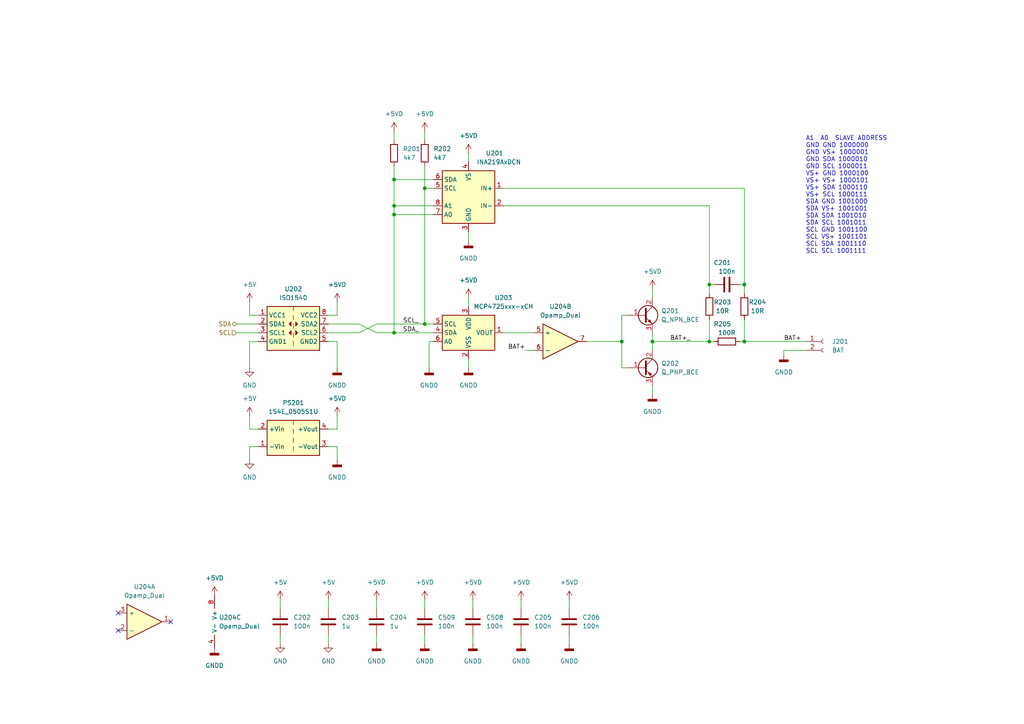
<source format=kicad_sch>
(kicad_sch (version 20211123) (generator eeschema)

  (uuid 70abf340-8b3e-403e-a5e2-d8f35caa2f87)

  (paper "A4")

  (lib_symbols
    (symbol "Analog_ADC:INA219AxDCN" (in_bom yes) (on_board yes)
      (property "Reference" "U" (id 0) (at -6.35 8.89 0)
        (effects (font (size 1.27 1.27)))
      )
      (property "Value" "INA219AxDCN" (id 1) (at 6.35 8.89 0)
        (effects (font (size 1.27 1.27)))
      )
      (property "Footprint" "Package_TO_SOT_SMD:SOT-23-8" (id 2) (at 16.51 -8.89 0)
        (effects (font (size 1.27 1.27)) hide)
      )
      (property "Datasheet" "http://www.ti.com/lit/ds/symlink/ina219.pdf" (id 3) (at 8.89 -2.54 0)
        (effects (font (size 1.27 1.27)) hide)
      )
      (property "ki_keywords" "ADC I2C 16-Bit Oversampling Current Shunt" (id 4) (at 0 0 0)
        (effects (font (size 1.27 1.27)) hide)
      )
      (property "ki_description" "Zero-Drift, Bidirectional Current/Power Monitor (0-26V) With I2C Interface, SOT-23-8" (id 5) (at 0 0 0)
        (effects (font (size 1.27 1.27)) hide)
      )
      (property "ki_fp_filters" "SOT?23*" (id 6) (at 0 0 0)
        (effects (font (size 1.27 1.27)) hide)
      )
      (symbol "INA219AxDCN_0_1"
        (rectangle (start -7.62 7.62) (end 7.62 -7.62)
          (stroke (width 0.254) (type default) (color 0 0 0 0))
          (fill (type background))
        )
      )
      (symbol "INA219AxDCN_1_1"
        (pin input line (at -10.16 2.54 0) (length 2.54)
          (name "IN+" (effects (font (size 1.27 1.27))))
          (number "1" (effects (font (size 1.27 1.27))))
        )
        (pin input line (at -10.16 -2.54 0) (length 2.54)
          (name "IN-" (effects (font (size 1.27 1.27))))
          (number "2" (effects (font (size 1.27 1.27))))
        )
        (pin power_in line (at 0 -10.16 90) (length 2.54)
          (name "GND" (effects (font (size 1.27 1.27))))
          (number "3" (effects (font (size 1.27 1.27))))
        )
        (pin power_in line (at 0 10.16 270) (length 2.54)
          (name "VS" (effects (font (size 1.27 1.27))))
          (number "4" (effects (font (size 1.27 1.27))))
        )
        (pin input line (at 10.16 2.54 180) (length 2.54)
          (name "SCL" (effects (font (size 1.27 1.27))))
          (number "5" (effects (font (size 1.27 1.27))))
        )
        (pin bidirectional line (at 10.16 5.08 180) (length 2.54)
          (name "SDA" (effects (font (size 1.27 1.27))))
          (number "6" (effects (font (size 1.27 1.27))))
        )
        (pin input line (at 10.16 -5.08 180) (length 2.54)
          (name "A0" (effects (font (size 1.27 1.27))))
          (number "7" (effects (font (size 1.27 1.27))))
        )
        (pin input line (at 10.16 -2.54 180) (length 2.54)
          (name "A1" (effects (font (size 1.27 1.27))))
          (number "8" (effects (font (size 1.27 1.27))))
        )
      )
    )
    (symbol "Analog_DAC:MCP4725xxx-xCH" (in_bom yes) (on_board yes)
      (property "Reference" "U" (id 0) (at -6.35 6.35 0)
        (effects (font (size 1.27 1.27)))
      )
      (property "Value" "MCP4725xxx-xCH" (id 1) (at 8.89 6.35 0)
        (effects (font (size 1.27 1.27)))
      )
      (property "Footprint" "Package_TO_SOT_SMD:SOT-23-6" (id 2) (at 0 -6.35 0)
        (effects (font (size 1.27 1.27)) hide)
      )
      (property "Datasheet" "http://ww1.microchip.com/downloads/en/DeviceDoc/22039d.pdf" (id 3) (at 0 0 0)
        (effects (font (size 1.27 1.27)) hide)
      )
      (property "ki_keywords" "dac twi" (id 4) (at 0 0 0)
        (effects (font (size 1.27 1.27)) hide)
      )
      (property "ki_description" "12-bit Digital-to-Analog Converter, integrated EEPROM, I2C interface, SOT-23-6" (id 5) (at 0 0 0)
        (effects (font (size 1.27 1.27)) hide)
      )
      (property "ki_fp_filters" "SOT?23*" (id 6) (at 0 0 0)
        (effects (font (size 1.27 1.27)) hide)
      )
      (symbol "MCP4725xxx-xCH_0_1"
        (rectangle (start -7.62 5.08) (end 7.62 -5.08)
          (stroke (width 0.254) (type default) (color 0 0 0 0))
          (fill (type background))
        )
      )
      (symbol "MCP4725xxx-xCH_1_1"
        (pin output line (at 10.16 0 180) (length 2.54)
          (name "VOUT" (effects (font (size 1.27 1.27))))
          (number "1" (effects (font (size 1.27 1.27))))
        )
        (pin power_in line (at 0 -7.62 90) (length 2.54)
          (name "VSS" (effects (font (size 1.27 1.27))))
          (number "2" (effects (font (size 1.27 1.27))))
        )
        (pin power_in line (at 0 7.62 270) (length 2.54)
          (name "VDD" (effects (font (size 1.27 1.27))))
          (number "3" (effects (font (size 1.27 1.27))))
        )
        (pin bidirectional line (at -10.16 0 0) (length 2.54)
          (name "SDA" (effects (font (size 1.27 1.27))))
          (number "4" (effects (font (size 1.27 1.27))))
        )
        (pin input line (at -10.16 2.54 0) (length 2.54)
          (name "SCL" (effects (font (size 1.27 1.27))))
          (number "5" (effects (font (size 1.27 1.27))))
        )
        (pin input line (at -10.16 -2.54 0) (length 2.54)
          (name "A0" (effects (font (size 1.27 1.27))))
          (number "6" (effects (font (size 1.27 1.27))))
        )
      )
    )
    (symbol "Connector:Conn_01x02_Female" (pin_names (offset 1.016) hide) (in_bom yes) (on_board yes)
      (property "Reference" "J" (id 0) (at 0 2.54 0)
        (effects (font (size 1.27 1.27)))
      )
      (property "Value" "Conn_01x02_Female" (id 1) (at 0 -5.08 0)
        (effects (font (size 1.27 1.27)))
      )
      (property "Footprint" "" (id 2) (at 0 0 0)
        (effects (font (size 1.27 1.27)) hide)
      )
      (property "Datasheet" "~" (id 3) (at 0 0 0)
        (effects (font (size 1.27 1.27)) hide)
      )
      (property "ki_keywords" "connector" (id 4) (at 0 0 0)
        (effects (font (size 1.27 1.27)) hide)
      )
      (property "ki_description" "Generic connector, single row, 01x02, script generated (kicad-library-utils/schlib/autogen/connector/)" (id 5) (at 0 0 0)
        (effects (font (size 1.27 1.27)) hide)
      )
      (property "ki_fp_filters" "Connector*:*_1x??_*" (id 6) (at 0 0 0)
        (effects (font (size 1.27 1.27)) hide)
      )
      (symbol "Conn_01x02_Female_1_1"
        (arc (start 0 -2.032) (mid -0.508 -2.54) (end 0 -3.048)
          (stroke (width 0.1524) (type default) (color 0 0 0 0))
          (fill (type none))
        )
        (polyline
          (pts
            (xy -1.27 -2.54)
            (xy -0.508 -2.54)
          )
          (stroke (width 0.1524) (type default) (color 0 0 0 0))
          (fill (type none))
        )
        (polyline
          (pts
            (xy -1.27 0)
            (xy -0.508 0)
          )
          (stroke (width 0.1524) (type default) (color 0 0 0 0))
          (fill (type none))
        )
        (arc (start 0 0.508) (mid -0.508 0) (end 0 -0.508)
          (stroke (width 0.1524) (type default) (color 0 0 0 0))
          (fill (type none))
        )
        (pin passive line (at -5.08 0 0) (length 3.81)
          (name "Pin_1" (effects (font (size 1.27 1.27))))
          (number "1" (effects (font (size 1.27 1.27))))
        )
        (pin passive line (at -5.08 -2.54 0) (length 3.81)
          (name "Pin_2" (effects (font (size 1.27 1.27))))
          (number "2" (effects (font (size 1.27 1.27))))
        )
      )
    )
    (symbol "Converter_DCDC:MEE1S0505SC" (in_bom yes) (on_board yes)
      (property "Reference" "PS" (id 0) (at -7.62 6.35 0)
        (effects (font (size 1.27 1.27)) (justify left))
      )
      (property "Value" "MEE1S0505SC" (id 1) (at 1.27 6.35 0)
        (effects (font (size 1.27 1.27)) (justify left))
      )
      (property "Footprint" "Converter_DCDC:Converter_DCDC_Murata_MEE1SxxxxSC_THT" (id 2) (at -26.67 -6.35 0)
        (effects (font (size 1.27 1.27)) (justify left) hide)
      )
      (property "Datasheet" "https://power.murata.com/pub/data/power/ncl/kdc_mee1.pdf" (id 3) (at 26.67 -7.62 0)
        (effects (font (size 1.27 1.27)) (justify left) hide)
      )
      (property "ki_keywords" "murata DC/DC isolated converter" (id 4) (at 0 0 0)
        (effects (font (size 1.27 1.27)) hide)
      )
      (property "ki_description" "1W, 1000 VDC isolated DC/DC converter, 5V input, 5V output, SIP" (id 5) (at 0 0 0)
        (effects (font (size 1.27 1.27)) hide)
      )
      (property "ki_fp_filters" "Converter*DCDC*Murata*MEE1SxxxxSC*THT*" (id 6) (at 0 0 0)
        (effects (font (size 1.27 1.27)) hide)
      )
      (symbol "MEE1S0505SC_0_0"
        (pin power_in line (at -10.16 -2.54 0) (length 2.54)
          (name "-Vin" (effects (font (size 1.27 1.27))))
          (number "1" (effects (font (size 1.27 1.27))))
        )
        (pin power_in line (at -10.16 2.54 0) (length 2.54)
          (name "+Vin" (effects (font (size 1.27 1.27))))
          (number "2" (effects (font (size 1.27 1.27))))
        )
        (pin power_out line (at 10.16 -2.54 180) (length 2.54)
          (name "-Vout" (effects (font (size 1.27 1.27))))
          (number "3" (effects (font (size 1.27 1.27))))
        )
        (pin power_out line (at 10.16 2.54 180) (length 2.54)
          (name "+Vout" (effects (font (size 1.27 1.27))))
          (number "4" (effects (font (size 1.27 1.27))))
        )
      )
      (symbol "MEE1S0505SC_0_1"
        (rectangle (start -7.62 5.08) (end 7.62 -5.08)
          (stroke (width 0.254) (type default) (color 0 0 0 0))
          (fill (type background))
        )
        (polyline
          (pts
            (xy 0 -2.54)
            (xy 0 -3.81)
          )
          (stroke (width 0) (type default) (color 0 0 0 0))
          (fill (type none))
        )
        (polyline
          (pts
            (xy 0 0)
            (xy 0 -1.27)
          )
          (stroke (width 0) (type default) (color 0 0 0 0))
          (fill (type none))
        )
        (polyline
          (pts
            (xy 0 2.54)
            (xy 0 1.27)
          )
          (stroke (width 0) (type default) (color 0 0 0 0))
          (fill (type none))
        )
        (polyline
          (pts
            (xy 0 5.08)
            (xy 0 3.81)
          )
          (stroke (width 0) (type default) (color 0 0 0 0))
          (fill (type none))
        )
      )
    )
    (symbol "Device:C" (pin_numbers hide) (pin_names (offset 0.254)) (in_bom yes) (on_board yes)
      (property "Reference" "C" (id 0) (at 0.635 2.54 0)
        (effects (font (size 1.27 1.27)) (justify left))
      )
      (property "Value" "C" (id 1) (at 0.635 -2.54 0)
        (effects (font (size 1.27 1.27)) (justify left))
      )
      (property "Footprint" "" (id 2) (at 0.9652 -3.81 0)
        (effects (font (size 1.27 1.27)) hide)
      )
      (property "Datasheet" "~" (id 3) (at 0 0 0)
        (effects (font (size 1.27 1.27)) hide)
      )
      (property "ki_keywords" "cap capacitor" (id 4) (at 0 0 0)
        (effects (font (size 1.27 1.27)) hide)
      )
      (property "ki_description" "Unpolarized capacitor" (id 5) (at 0 0 0)
        (effects (font (size 1.27 1.27)) hide)
      )
      (property "ki_fp_filters" "C_*" (id 6) (at 0 0 0)
        (effects (font (size 1.27 1.27)) hide)
      )
      (symbol "C_0_1"
        (polyline
          (pts
            (xy -2.032 -0.762)
            (xy 2.032 -0.762)
          )
          (stroke (width 0.508) (type default) (color 0 0 0 0))
          (fill (type none))
        )
        (polyline
          (pts
            (xy -2.032 0.762)
            (xy 2.032 0.762)
          )
          (stroke (width 0.508) (type default) (color 0 0 0 0))
          (fill (type none))
        )
      )
      (symbol "C_1_1"
        (pin passive line (at 0 3.81 270) (length 2.794)
          (name "~" (effects (font (size 1.27 1.27))))
          (number "1" (effects (font (size 1.27 1.27))))
        )
        (pin passive line (at 0 -3.81 90) (length 2.794)
          (name "~" (effects (font (size 1.27 1.27))))
          (number "2" (effects (font (size 1.27 1.27))))
        )
      )
    )
    (symbol "Device:Opamp_Dual" (in_bom yes) (on_board yes)
      (property "Reference" "U" (id 0) (at 0 5.08 0)
        (effects (font (size 1.27 1.27)) (justify left))
      )
      (property "Value" "Opamp_Dual" (id 1) (at 0 -5.08 0)
        (effects (font (size 1.27 1.27)) (justify left))
      )
      (property "Footprint" "" (id 2) (at 0 0 0)
        (effects (font (size 1.27 1.27)) hide)
      )
      (property "Datasheet" "~" (id 3) (at 0 0 0)
        (effects (font (size 1.27 1.27)) hide)
      )
      (property "ki_locked" "" (id 4) (at 0 0 0)
        (effects (font (size 1.27 1.27)))
      )
      (property "ki_keywords" "dual opamp" (id 5) (at 0 0 0)
        (effects (font (size 1.27 1.27)) hide)
      )
      (property "ki_description" "Dual operational amplifier" (id 6) (at 0 0 0)
        (effects (font (size 1.27 1.27)) hide)
      )
      (property "ki_fp_filters" "SOIC*3.9x4.9mm*P1.27mm* DIP*W7.62mm* MSOP*3x3mm*P0.65mm* SSOP*2.95x2.8mm*P0.65mm* TSSOP*3x3mm*P0.65mm* VSSOP*P0.5mm* TO?99*" (id 7) (at 0 0 0)
        (effects (font (size 1.27 1.27)) hide)
      )
      (symbol "Opamp_Dual_1_1"
        (polyline
          (pts
            (xy -5.08 5.08)
            (xy 5.08 0)
            (xy -5.08 -5.08)
            (xy -5.08 5.08)
          )
          (stroke (width 0.254) (type default) (color 0 0 0 0))
          (fill (type background))
        )
        (pin output line (at 7.62 0 180) (length 2.54)
          (name "~" (effects (font (size 1.27 1.27))))
          (number "1" (effects (font (size 1.27 1.27))))
        )
        (pin input line (at -7.62 -2.54 0) (length 2.54)
          (name "-" (effects (font (size 1.27 1.27))))
          (number "2" (effects (font (size 1.27 1.27))))
        )
        (pin input line (at -7.62 2.54 0) (length 2.54)
          (name "+" (effects (font (size 1.27 1.27))))
          (number "3" (effects (font (size 1.27 1.27))))
        )
      )
      (symbol "Opamp_Dual_2_1"
        (polyline
          (pts
            (xy -5.08 5.08)
            (xy 5.08 0)
            (xy -5.08 -5.08)
            (xy -5.08 5.08)
          )
          (stroke (width 0.254) (type default) (color 0 0 0 0))
          (fill (type background))
        )
        (pin input line (at -7.62 2.54 0) (length 2.54)
          (name "+" (effects (font (size 1.27 1.27))))
          (number "5" (effects (font (size 1.27 1.27))))
        )
        (pin input line (at -7.62 -2.54 0) (length 2.54)
          (name "-" (effects (font (size 1.27 1.27))))
          (number "6" (effects (font (size 1.27 1.27))))
        )
        (pin output line (at 7.62 0 180) (length 2.54)
          (name "~" (effects (font (size 1.27 1.27))))
          (number "7" (effects (font (size 1.27 1.27))))
        )
      )
      (symbol "Opamp_Dual_3_1"
        (pin power_in line (at -2.54 -7.62 90) (length 3.81)
          (name "V-" (effects (font (size 1.27 1.27))))
          (number "4" (effects (font (size 1.27 1.27))))
        )
        (pin power_in line (at -2.54 7.62 270) (length 3.81)
          (name "V+" (effects (font (size 1.27 1.27))))
          (number "8" (effects (font (size 1.27 1.27))))
        )
      )
    )
    (symbol "Device:Q_NPN_BCE" (pin_names (offset 0) hide) (in_bom yes) (on_board yes)
      (property "Reference" "Q" (id 0) (at 5.08 1.27 0)
        (effects (font (size 1.27 1.27)) (justify left))
      )
      (property "Value" "Q_NPN_BCE" (id 1) (at 5.08 -1.27 0)
        (effects (font (size 1.27 1.27)) (justify left))
      )
      (property "Footprint" "" (id 2) (at 5.08 2.54 0)
        (effects (font (size 1.27 1.27)) hide)
      )
      (property "Datasheet" "~" (id 3) (at 0 0 0)
        (effects (font (size 1.27 1.27)) hide)
      )
      (property "ki_keywords" "transistor NPN" (id 4) (at 0 0 0)
        (effects (font (size 1.27 1.27)) hide)
      )
      (property "ki_description" "NPN transistor, base/collector/emitter" (id 5) (at 0 0 0)
        (effects (font (size 1.27 1.27)) hide)
      )
      (symbol "Q_NPN_BCE_0_1"
        (polyline
          (pts
            (xy 0.635 0.635)
            (xy 2.54 2.54)
          )
          (stroke (width 0) (type default) (color 0 0 0 0))
          (fill (type none))
        )
        (polyline
          (pts
            (xy 0.635 -0.635)
            (xy 2.54 -2.54)
            (xy 2.54 -2.54)
          )
          (stroke (width 0) (type default) (color 0 0 0 0))
          (fill (type none))
        )
        (polyline
          (pts
            (xy 0.635 1.905)
            (xy 0.635 -1.905)
            (xy 0.635 -1.905)
          )
          (stroke (width 0.508) (type default) (color 0 0 0 0))
          (fill (type none))
        )
        (polyline
          (pts
            (xy 1.27 -1.778)
            (xy 1.778 -1.27)
            (xy 2.286 -2.286)
            (xy 1.27 -1.778)
            (xy 1.27 -1.778)
          )
          (stroke (width 0) (type default) (color 0 0 0 0))
          (fill (type outline))
        )
        (circle (center 1.27 0) (radius 2.8194)
          (stroke (width 0.254) (type default) (color 0 0 0 0))
          (fill (type none))
        )
      )
      (symbol "Q_NPN_BCE_1_1"
        (pin input line (at -5.08 0 0) (length 5.715)
          (name "B" (effects (font (size 1.27 1.27))))
          (number "1" (effects (font (size 1.27 1.27))))
        )
        (pin passive line (at 2.54 5.08 270) (length 2.54)
          (name "C" (effects (font (size 1.27 1.27))))
          (number "2" (effects (font (size 1.27 1.27))))
        )
        (pin passive line (at 2.54 -5.08 90) (length 2.54)
          (name "E" (effects (font (size 1.27 1.27))))
          (number "3" (effects (font (size 1.27 1.27))))
        )
      )
    )
    (symbol "Device:Q_PNP_BCE" (pin_names (offset 0) hide) (in_bom yes) (on_board yes)
      (property "Reference" "Q" (id 0) (at 5.08 1.27 0)
        (effects (font (size 1.27 1.27)) (justify left))
      )
      (property "Value" "Q_PNP_BCE" (id 1) (at 5.08 -1.27 0)
        (effects (font (size 1.27 1.27)) (justify left))
      )
      (property "Footprint" "" (id 2) (at 5.08 2.54 0)
        (effects (font (size 1.27 1.27)) hide)
      )
      (property "Datasheet" "~" (id 3) (at 0 0 0)
        (effects (font (size 1.27 1.27)) hide)
      )
      (property "ki_keywords" "transistor PNP" (id 4) (at 0 0 0)
        (effects (font (size 1.27 1.27)) hide)
      )
      (property "ki_description" "PNP transistor, base/collector/emitter" (id 5) (at 0 0 0)
        (effects (font (size 1.27 1.27)) hide)
      )
      (symbol "Q_PNP_BCE_0_1"
        (polyline
          (pts
            (xy 0.635 0.635)
            (xy 2.54 2.54)
          )
          (stroke (width 0) (type default) (color 0 0 0 0))
          (fill (type none))
        )
        (polyline
          (pts
            (xy 0.635 -0.635)
            (xy 2.54 -2.54)
            (xy 2.54 -2.54)
          )
          (stroke (width 0) (type default) (color 0 0 0 0))
          (fill (type none))
        )
        (polyline
          (pts
            (xy 0.635 1.905)
            (xy 0.635 -1.905)
            (xy 0.635 -1.905)
          )
          (stroke (width 0.508) (type default) (color 0 0 0 0))
          (fill (type none))
        )
        (polyline
          (pts
            (xy 2.286 -1.778)
            (xy 1.778 -2.286)
            (xy 1.27 -1.27)
            (xy 2.286 -1.778)
            (xy 2.286 -1.778)
          )
          (stroke (width 0) (type default) (color 0 0 0 0))
          (fill (type outline))
        )
        (circle (center 1.27 0) (radius 2.8194)
          (stroke (width 0.254) (type default) (color 0 0 0 0))
          (fill (type none))
        )
      )
      (symbol "Q_PNP_BCE_1_1"
        (pin input line (at -5.08 0 0) (length 5.715)
          (name "B" (effects (font (size 1.27 1.27))))
          (number "1" (effects (font (size 1.27 1.27))))
        )
        (pin passive line (at 2.54 5.08 270) (length 2.54)
          (name "C" (effects (font (size 1.27 1.27))))
          (number "2" (effects (font (size 1.27 1.27))))
        )
        (pin passive line (at 2.54 -5.08 90) (length 2.54)
          (name "E" (effects (font (size 1.27 1.27))))
          (number "3" (effects (font (size 1.27 1.27))))
        )
      )
    )
    (symbol "Device:R" (pin_numbers hide) (pin_names (offset 0)) (in_bom yes) (on_board yes)
      (property "Reference" "R" (id 0) (at 2.032 0 90)
        (effects (font (size 1.27 1.27)))
      )
      (property "Value" "R" (id 1) (at 0 0 90)
        (effects (font (size 1.27 1.27)))
      )
      (property "Footprint" "" (id 2) (at -1.778 0 90)
        (effects (font (size 1.27 1.27)) hide)
      )
      (property "Datasheet" "~" (id 3) (at 0 0 0)
        (effects (font (size 1.27 1.27)) hide)
      )
      (property "ki_keywords" "R res resistor" (id 4) (at 0 0 0)
        (effects (font (size 1.27 1.27)) hide)
      )
      (property "ki_description" "Resistor" (id 5) (at 0 0 0)
        (effects (font (size 1.27 1.27)) hide)
      )
      (property "ki_fp_filters" "R_*" (id 6) (at 0 0 0)
        (effects (font (size 1.27 1.27)) hide)
      )
      (symbol "R_0_1"
        (rectangle (start -1.016 -2.54) (end 1.016 2.54)
          (stroke (width 0.254) (type default) (color 0 0 0 0))
          (fill (type none))
        )
      )
      (symbol "R_1_1"
        (pin passive line (at 0 3.81 270) (length 1.27)
          (name "~" (effects (font (size 1.27 1.27))))
          (number "1" (effects (font (size 1.27 1.27))))
        )
        (pin passive line (at 0 -3.81 90) (length 1.27)
          (name "~" (effects (font (size 1.27 1.27))))
          (number "2" (effects (font (size 1.27 1.27))))
        )
      )
    )
    (symbol "Isolator:ISO1540" (in_bom yes) (on_board yes)
      (property "Reference" "U" (id 0) (at -6.35 6.35 0)
        (effects (font (size 1.27 1.27)))
      )
      (property "Value" "ISO1540" (id 1) (at 3.81 6.35 0)
        (effects (font (size 1.27 1.27)))
      )
      (property "Footprint" "Package_SO:SOIC-8_3.9x4.9mm_P1.27mm" (id 2) (at 0 -8.89 0)
        (effects (font (size 1.27 1.27)) hide)
      )
      (property "Datasheet" "http://www.ti.com/lit/ds/symlink/iso1541.pdf" (id 3) (at 0 1.27 0)
        (effects (font (size 1.27 1.27)) hide)
      )
      (property "ki_keywords" "digital isolator i2c" (id 4) (at 0 0 0)
        (effects (font (size 1.27 1.27)) hide)
      )
      (property "ki_description" "I2C Isolator, 2.5 kVrms, Bidirectional clock and data, SOIC-8" (id 5) (at 0 0 0)
        (effects (font (size 1.27 1.27)) hide)
      )
      (property "ki_fp_filters" "SOIC*3.9x4.9mm*P1.27mm*" (id 6) (at 0 0 0)
        (effects (font (size 1.27 1.27)) hide)
      )
      (symbol "ISO1540_0_1"
        (rectangle (start -7.62 5.08) (end 7.62 -7.62)
          (stroke (width 0.254) (type default) (color 0 0 0 0))
          (fill (type background))
        )
        (rectangle (start 0 -5.08) (end 0 -6.35)
          (stroke (width 0) (type default) (color 0 0 0 0))
          (fill (type none))
        )
        (polyline
          (pts
            (xy 0 -2.54)
            (xy 0 -3.81)
          )
          (stroke (width 0) (type default) (color 0 0 0 0))
          (fill (type none))
        )
        (polyline
          (pts
            (xy 0 0)
            (xy 0 -1.27)
          )
          (stroke (width 0) (type default) (color 0 0 0 0))
          (fill (type none))
        )
        (polyline
          (pts
            (xy 0 2.54)
            (xy 0 1.27)
          )
          (stroke (width 0) (type default) (color 0 0 0 0))
          (fill (type none))
        )
        (polyline
          (pts
            (xy 0 5.08)
            (xy 0 3.81)
          )
          (stroke (width 0) (type default) (color 0 0 0 0))
          (fill (type none))
        )
        (polyline
          (pts
            (xy -0.635 0.635)
            (xy -1.27 0)
            (xy -0.635 -0.635)
            (xy -0.635 0.635)
          )
          (stroke (width 0) (type default) (color 0 0 0 0))
          (fill (type outline))
        )
        (polyline
          (pts
            (xy 0.635 -1.905)
            (xy 1.27 -2.54)
            (xy 0.635 -3.175)
            (xy 0.635 -1.905)
          )
          (stroke (width 0) (type default) (color 0 0 0 0))
          (fill (type outline))
        )
        (polyline
          (pts
            (xy 0.635 0.635)
            (xy 1.27 0)
            (xy 0.635 -0.635)
            (xy 0.635 0.635)
          )
          (stroke (width 0) (type default) (color 0 0 0 0))
          (fill (type outline))
        )
      )
      (symbol "ISO1540_1_1"
        (polyline
          (pts
            (xy -0.635 -1.905)
            (xy -1.27 -2.54)
            (xy -0.635 -3.175)
            (xy -0.635 -1.905)
          )
          (stroke (width 0) (type default) (color 0 0 0 0))
          (fill (type outline))
        )
        (pin power_in line (at -10.16 2.54 0) (length 2.54)
          (name "VCC1" (effects (font (size 1.27 1.27))))
          (number "1" (effects (font (size 1.27 1.27))))
        )
        (pin bidirectional line (at -10.16 0 0) (length 2.54)
          (name "SDA1" (effects (font (size 1.27 1.27))))
          (number "2" (effects (font (size 1.27 1.27))))
        )
        (pin bidirectional line (at -10.16 -2.54 0) (length 2.54)
          (name "SCL1" (effects (font (size 1.27 1.27))))
          (number "3" (effects (font (size 1.27 1.27))))
        )
        (pin power_in line (at -10.16 -5.08 0) (length 2.54)
          (name "GND1" (effects (font (size 1.27 1.27))))
          (number "4" (effects (font (size 1.27 1.27))))
        )
        (pin power_in line (at 10.16 -5.08 180) (length 2.54)
          (name "GND2" (effects (font (size 1.27 1.27))))
          (number "5" (effects (font (size 1.27 1.27))))
        )
        (pin bidirectional line (at 10.16 -2.54 180) (length 2.54)
          (name "SCL2" (effects (font (size 1.27 1.27))))
          (number "6" (effects (font (size 1.27 1.27))))
        )
        (pin bidirectional line (at 10.16 0 180) (length 2.54)
          (name "SDA2" (effects (font (size 1.27 1.27))))
          (number "7" (effects (font (size 1.27 1.27))))
        )
        (pin power_in line (at 10.16 2.54 180) (length 2.54)
          (name "VCC2" (effects (font (size 1.27 1.27))))
          (number "8" (effects (font (size 1.27 1.27))))
        )
      )
    )
    (symbol "power:+5V" (power) (pin_names (offset 0)) (in_bom yes) (on_board yes)
      (property "Reference" "#PWR" (id 0) (at 0 -3.81 0)
        (effects (font (size 1.27 1.27)) hide)
      )
      (property "Value" "+5V" (id 1) (at 0 3.556 0)
        (effects (font (size 1.27 1.27)))
      )
      (property "Footprint" "" (id 2) (at 0 0 0)
        (effects (font (size 1.27 1.27)) hide)
      )
      (property "Datasheet" "" (id 3) (at 0 0 0)
        (effects (font (size 1.27 1.27)) hide)
      )
      (property "ki_keywords" "power-flag" (id 4) (at 0 0 0)
        (effects (font (size 1.27 1.27)) hide)
      )
      (property "ki_description" "Power symbol creates a global label with name \"+5V\"" (id 5) (at 0 0 0)
        (effects (font (size 1.27 1.27)) hide)
      )
      (symbol "+5V_0_1"
        (polyline
          (pts
            (xy -0.762 1.27)
            (xy 0 2.54)
          )
          (stroke (width 0) (type default) (color 0 0 0 0))
          (fill (type none))
        )
        (polyline
          (pts
            (xy 0 0)
            (xy 0 2.54)
          )
          (stroke (width 0) (type default) (color 0 0 0 0))
          (fill (type none))
        )
        (polyline
          (pts
            (xy 0 2.54)
            (xy 0.762 1.27)
          )
          (stroke (width 0) (type default) (color 0 0 0 0))
          (fill (type none))
        )
      )
      (symbol "+5V_1_1"
        (pin power_in line (at 0 0 90) (length 0) hide
          (name "+5V" (effects (font (size 1.27 1.27))))
          (number "1" (effects (font (size 1.27 1.27))))
        )
      )
    )
    (symbol "power:+5VD" (power) (pin_names (offset 0)) (in_bom yes) (on_board yes)
      (property "Reference" "#PWR" (id 0) (at 0 -3.81 0)
        (effects (font (size 1.27 1.27)) hide)
      )
      (property "Value" "+5VD" (id 1) (at 0 3.556 0)
        (effects (font (size 1.27 1.27)))
      )
      (property "Footprint" "" (id 2) (at 0 0 0)
        (effects (font (size 1.27 1.27)) hide)
      )
      (property "Datasheet" "" (id 3) (at 0 0 0)
        (effects (font (size 1.27 1.27)) hide)
      )
      (property "ki_keywords" "power-flag" (id 4) (at 0 0 0)
        (effects (font (size 1.27 1.27)) hide)
      )
      (property "ki_description" "Power symbol creates a global label with name \"+5VD\"" (id 5) (at 0 0 0)
        (effects (font (size 1.27 1.27)) hide)
      )
      (symbol "+5VD_0_1"
        (polyline
          (pts
            (xy -0.762 1.27)
            (xy 0 2.54)
          )
          (stroke (width 0) (type default) (color 0 0 0 0))
          (fill (type none))
        )
        (polyline
          (pts
            (xy 0 0)
            (xy 0 2.54)
          )
          (stroke (width 0) (type default) (color 0 0 0 0))
          (fill (type none))
        )
        (polyline
          (pts
            (xy 0 2.54)
            (xy 0.762 1.27)
          )
          (stroke (width 0) (type default) (color 0 0 0 0))
          (fill (type none))
        )
      )
      (symbol "+5VD_1_1"
        (pin power_in line (at 0 0 90) (length 0) hide
          (name "+5VD" (effects (font (size 1.27 1.27))))
          (number "1" (effects (font (size 1.27 1.27))))
        )
      )
    )
    (symbol "power:GND" (power) (pin_names (offset 0)) (in_bom yes) (on_board yes)
      (property "Reference" "#PWR" (id 0) (at 0 -6.35 0)
        (effects (font (size 1.27 1.27)) hide)
      )
      (property "Value" "GND" (id 1) (at 0 -3.81 0)
        (effects (font (size 1.27 1.27)))
      )
      (property "Footprint" "" (id 2) (at 0 0 0)
        (effects (font (size 1.27 1.27)) hide)
      )
      (property "Datasheet" "" (id 3) (at 0 0 0)
        (effects (font (size 1.27 1.27)) hide)
      )
      (property "ki_keywords" "power-flag" (id 4) (at 0 0 0)
        (effects (font (size 1.27 1.27)) hide)
      )
      (property "ki_description" "Power symbol creates a global label with name \"GND\" , ground" (id 5) (at 0 0 0)
        (effects (font (size 1.27 1.27)) hide)
      )
      (symbol "GND_0_1"
        (polyline
          (pts
            (xy 0 0)
            (xy 0 -1.27)
            (xy 1.27 -1.27)
            (xy 0 -2.54)
            (xy -1.27 -1.27)
            (xy 0 -1.27)
          )
          (stroke (width 0) (type default) (color 0 0 0 0))
          (fill (type none))
        )
      )
      (symbol "GND_1_1"
        (pin power_in line (at 0 0 270) (length 0) hide
          (name "GND" (effects (font (size 1.27 1.27))))
          (number "1" (effects (font (size 1.27 1.27))))
        )
      )
    )
    (symbol "power:GNDD" (power) (pin_names (offset 0)) (in_bom yes) (on_board yes)
      (property "Reference" "#PWR" (id 0) (at 0 -6.35 0)
        (effects (font (size 1.27 1.27)) hide)
      )
      (property "Value" "GNDD" (id 1) (at 0 -3.175 0)
        (effects (font (size 1.27 1.27)))
      )
      (property "Footprint" "" (id 2) (at 0 0 0)
        (effects (font (size 1.27 1.27)) hide)
      )
      (property "Datasheet" "" (id 3) (at 0 0 0)
        (effects (font (size 1.27 1.27)) hide)
      )
      (property "ki_keywords" "power-flag" (id 4) (at 0 0 0)
        (effects (font (size 1.27 1.27)) hide)
      )
      (property "ki_description" "Power symbol creates a global label with name \"GNDD\" , digital ground" (id 5) (at 0 0 0)
        (effects (font (size 1.27 1.27)) hide)
      )
      (symbol "GNDD_0_1"
        (rectangle (start -1.27 -1.524) (end 1.27 -2.032)
          (stroke (width 0.254) (type default) (color 0 0 0 0))
          (fill (type outline))
        )
        (polyline
          (pts
            (xy 0 0)
            (xy 0 -1.524)
          )
          (stroke (width 0) (type default) (color 0 0 0 0))
          (fill (type none))
        )
      )
      (symbol "GNDD_1_1"
        (pin power_in line (at 0 0 270) (length 0) hide
          (name "GNDD" (effects (font (size 1.27 1.27))))
          (number "1" (effects (font (size 1.27 1.27))))
        )
      )
    )
  )

  (junction (at 205.74 99.06) (diameter 0) (color 0 0 0 0)
    (uuid 05c29075-cf5a-4568-b82b-4db7c07faf78)
  )
  (junction (at 114.3 96.52) (diameter 0) (color 0 0 0 0)
    (uuid 09ff6a6d-d905-4162-9072-4a852529b323)
  )
  (junction (at 114.3 59.69) (diameter 0) (color 0 0 0 0)
    (uuid 2c99e8ed-b865-47bf-b548-ddae7b17a23a)
  )
  (junction (at 123.19 54.61) (diameter 0) (color 0 0 0 0)
    (uuid 35583499-66af-45d0-8cf0-396b741c0f9c)
  )
  (junction (at 114.3 52.07) (diameter 0) (color 0 0 0 0)
    (uuid 386e0ec7-262b-401d-b583-7f450e440bfb)
  )
  (junction (at 180.34 99.06) (diameter 0) (color 0 0 0 0)
    (uuid 51698781-bca7-48ed-8f59-4e3276c6f624)
  )
  (junction (at 123.19 93.98) (diameter 0) (color 0 0 0 0)
    (uuid 73983e0e-f6af-4248-b2c5-c5c5c86fcec5)
  )
  (junction (at 189.23 99.06) (diameter 0) (color 0 0 0 0)
    (uuid 7ad7d450-5e56-42c9-8b59-c2e54e36d5b0)
  )
  (junction (at 205.74 82.55) (diameter 0) (color 0 0 0 0)
    (uuid b6149d46-73e7-4c59-9054-cab42c7bd37f)
  )
  (junction (at 114.3 62.23) (diameter 0) (color 0 0 0 0)
    (uuid b7a594cc-c035-4d21-81e4-e6dd97e9740d)
  )
  (junction (at 215.9 82.55) (diameter 0) (color 0 0 0 0)
    (uuid c091cb20-75c9-4389-bf01-b970b3876fca)
  )
  (junction (at 215.9 99.06) (diameter 0) (color 0 0 0 0)
    (uuid e2c17d81-7cff-48bc-bf23-b19c81590743)
  )

  (no_connect (at 49.53 180.34) (uuid 179bfa4c-2f23-479f-9c50-f9bc007e3263))
  (no_connect (at 34.29 177.8) (uuid 179bfa4c-2f23-479f-9c50-f9bc007e3264))
  (no_connect (at 34.29 182.88) (uuid 179bfa4c-2f23-479f-9c50-f9bc007e3265))

  (wire (pts (xy 165.1 186.69) (xy 165.1 184.15))
    (stroke (width 0) (type default) (color 0 0 0 0))
    (uuid 01b201c6-5647-4316-8fc9-f969476f3bc4)
  )
  (wire (pts (xy 227.33 102.87) (xy 227.33 101.6))
    (stroke (width 0) (type default) (color 0 0 0 0))
    (uuid 0239a855-c25e-4f40-ace0-93742191ccac)
  )
  (wire (pts (xy 214.63 99.06) (xy 215.9 99.06))
    (stroke (width 0) (type default) (color 0 0 0 0))
    (uuid 02a28495-85b8-4152-98d9-102bbb0a6e3c)
  )
  (wire (pts (xy 72.39 129.54) (xy 74.93 129.54))
    (stroke (width 0) (type default) (color 0 0 0 0))
    (uuid 04bb9425-80cf-4b35-b7fa-ce83ffeeff9f)
  )
  (wire (pts (xy 81.28 184.15) (xy 81.28 186.69))
    (stroke (width 0) (type default) (color 0 0 0 0))
    (uuid 09ccb80b-dd9b-46f1-87c3-b5c2511986d7)
  )
  (wire (pts (xy 72.39 124.46) (xy 74.93 124.46))
    (stroke (width 0) (type default) (color 0 0 0 0))
    (uuid 0aa5dea5-5416-4b54-aca5-e7d605f87c26)
  )
  (wire (pts (xy 95.25 96.52) (xy 104.14 96.52))
    (stroke (width 0) (type default) (color 0 0 0 0))
    (uuid 0b8da63e-a984-45b8-9be2-b00ed7cba444)
  )
  (wire (pts (xy 123.19 48.26) (xy 123.19 54.61))
    (stroke (width 0) (type default) (color 0 0 0 0))
    (uuid 0eabcf0c-d59e-45fc-ab7c-73a4d048ee97)
  )
  (wire (pts (xy 215.9 82.55) (xy 214.63 82.55))
    (stroke (width 0) (type default) (color 0 0 0 0))
    (uuid 103bbc96-6255-415f-b5d2-e68a8e5ad7ab)
  )
  (wire (pts (xy 74.93 99.06) (xy 72.39 99.06))
    (stroke (width 0) (type default) (color 0 0 0 0))
    (uuid 124c0663-8a5b-4dec-b49d-6c609061edd8)
  )
  (wire (pts (xy 72.39 91.44) (xy 72.39 87.63))
    (stroke (width 0) (type default) (color 0 0 0 0))
    (uuid 12dab35c-7255-4eb0-ae05-ec0d83ce4b43)
  )
  (wire (pts (xy 95.25 129.54) (xy 97.79 129.54))
    (stroke (width 0) (type default) (color 0 0 0 0))
    (uuid 13e75f3e-3a24-42f4-8553-88ba6473dac6)
  )
  (wire (pts (xy 114.3 48.26) (xy 114.3 52.07))
    (stroke (width 0) (type default) (color 0 0 0 0))
    (uuid 1518fc8d-69e6-463a-8405-61996e450512)
  )
  (wire (pts (xy 151.13 173.99) (xy 151.13 176.53))
    (stroke (width 0) (type default) (color 0 0 0 0))
    (uuid 1acb7a3c-c80b-4851-8d8b-d87036c24a14)
  )
  (wire (pts (xy 114.3 62.23) (xy 125.73 62.23))
    (stroke (width 0) (type default) (color 0 0 0 0))
    (uuid 1d4006ee-9bea-4f54-9701-8e8907af030d)
  )
  (wire (pts (xy 135.89 44.45) (xy 135.89 46.99))
    (stroke (width 0) (type default) (color 0 0 0 0))
    (uuid 20fa964a-86ad-43cf-9bb3-69440e20de90)
  )
  (wire (pts (xy 95.25 124.46) (xy 97.79 124.46))
    (stroke (width 0) (type default) (color 0 0 0 0))
    (uuid 22abe6b2-48bc-4098-b545-f231aa921eab)
  )
  (wire (pts (xy 97.79 91.44) (xy 95.25 91.44))
    (stroke (width 0) (type default) (color 0 0 0 0))
    (uuid 2a17a8e5-1169-4eee-bcae-11b9feb02e1d)
  )
  (wire (pts (xy 205.74 82.55) (xy 207.01 82.55))
    (stroke (width 0) (type default) (color 0 0 0 0))
    (uuid 36771ef3-2ec4-4a1d-8c0f-5328b30088e2)
  )
  (wire (pts (xy 114.3 96.52) (xy 125.73 96.52))
    (stroke (width 0) (type default) (color 0 0 0 0))
    (uuid 3a44ecce-96cd-4117-896b-d242323e3d36)
  )
  (wire (pts (xy 95.25 173.99) (xy 95.25 176.53))
    (stroke (width 0) (type default) (color 0 0 0 0))
    (uuid 3b65e374-6cd4-45e3-aab2-d8fbca2afaaf)
  )
  (wire (pts (xy 215.9 99.06) (xy 233.68 99.06))
    (stroke (width 0) (type default) (color 0 0 0 0))
    (uuid 3e715902-89ec-4a48-aedd-9dd627644113)
  )
  (wire (pts (xy 170.18 99.06) (xy 180.34 99.06))
    (stroke (width 0) (type default) (color 0 0 0 0))
    (uuid 415a95fa-7fed-4d3e-bf24-822e8a6cf588)
  )
  (wire (pts (xy 95.25 99.06) (xy 97.79 99.06))
    (stroke (width 0) (type default) (color 0 0 0 0))
    (uuid 41cc2418-b824-4c10-8c4c-b45b7cd9c448)
  )
  (wire (pts (xy 114.3 38.1) (xy 114.3 40.64))
    (stroke (width 0) (type default) (color 0 0 0 0))
    (uuid 4420647a-acb9-432b-93a3-74a2df22bb16)
  )
  (wire (pts (xy 205.74 99.06) (xy 207.01 99.06))
    (stroke (width 0) (type default) (color 0 0 0 0))
    (uuid 45220f2b-5fff-485b-995c-4ef8f06f1024)
  )
  (wire (pts (xy 180.34 99.06) (xy 180.34 91.44))
    (stroke (width 0) (type default) (color 0 0 0 0))
    (uuid 47afc004-c846-4a5e-a200-2301147e7baa)
  )
  (wire (pts (xy 72.39 129.54) (xy 72.39 133.35))
    (stroke (width 0) (type default) (color 0 0 0 0))
    (uuid 47c0b2e4-f665-475a-a0a5-082decbf9a4f)
  )
  (wire (pts (xy 125.73 99.06) (xy 124.46 99.06))
    (stroke (width 0) (type default) (color 0 0 0 0))
    (uuid 488259ad-407b-40f9-b1ef-008c3337fdb1)
  )
  (wire (pts (xy 123.19 54.61) (xy 123.19 93.98))
    (stroke (width 0) (type default) (color 0 0 0 0))
    (uuid 53afec77-54bc-4f6d-a59c-88808d4f6ec8)
  )
  (wire (pts (xy 135.89 86.36) (xy 135.89 88.9))
    (stroke (width 0) (type default) (color 0 0 0 0))
    (uuid 55a4262b-18de-4d27-9e1f-b09baed37779)
  )
  (wire (pts (xy 95.25 184.15) (xy 95.25 186.69))
    (stroke (width 0) (type default) (color 0 0 0 0))
    (uuid 5723b045-630c-46a2-bc8d-10d9dd09238b)
  )
  (wire (pts (xy 215.9 92.71) (xy 215.9 99.06))
    (stroke (width 0) (type default) (color 0 0 0 0))
    (uuid 58c44561-8eb5-4f4e-ad30-f0c2793af718)
  )
  (wire (pts (xy 124.46 99.06) (xy 124.46 106.68))
    (stroke (width 0) (type default) (color 0 0 0 0))
    (uuid 5b3cf4de-e471-4a43-be55-4bc3951bc06a)
  )
  (wire (pts (xy 189.23 99.06) (xy 189.23 101.6))
    (stroke (width 0) (type default) (color 0 0 0 0))
    (uuid 60401ad6-7a73-4fd4-ae07-c37ba1985af1)
  )
  (wire (pts (xy 68.58 96.52) (xy 74.93 96.52))
    (stroke (width 0) (type default) (color 0 0 0 0))
    (uuid 60884155-b3c9-4a3e-9dc1-2d3338697b25)
  )
  (wire (pts (xy 109.22 173.99) (xy 109.22 176.53))
    (stroke (width 0) (type default) (color 0 0 0 0))
    (uuid 6275cc5b-47d1-468b-a52b-393f0f803488)
  )
  (wire (pts (xy 135.89 104.14) (xy 135.89 106.68))
    (stroke (width 0) (type default) (color 0 0 0 0))
    (uuid 651a6637-b8eb-400c-98e2-e30c05336858)
  )
  (wire (pts (xy 146.05 96.52) (xy 154.94 96.52))
    (stroke (width 0) (type default) (color 0 0 0 0))
    (uuid 66095980-aa14-47f0-b320-53ae5f281ac4)
  )
  (wire (pts (xy 109.22 96.52) (xy 114.3 96.52))
    (stroke (width 0) (type default) (color 0 0 0 0))
    (uuid 6b8479f3-a2ad-4d76-a23d-e459601d0fc1)
  )
  (wire (pts (xy 123.19 173.99) (xy 123.19 176.53))
    (stroke (width 0) (type default) (color 0 0 0 0))
    (uuid 6db61b63-f2be-4074-b7fa-ecb64cd56814)
  )
  (wire (pts (xy 227.33 101.6) (xy 233.68 101.6))
    (stroke (width 0) (type default) (color 0 0 0 0))
    (uuid 71ce8f48-a768-4b2b-859c-972d889435bb)
  )
  (wire (pts (xy 189.23 83.82) (xy 189.23 86.36))
    (stroke (width 0) (type default) (color 0 0 0 0))
    (uuid 723aefa4-3d79-4cbb-b42b-4ce976b58281)
  )
  (wire (pts (xy 146.05 59.69) (xy 205.74 59.69))
    (stroke (width 0) (type default) (color 0 0 0 0))
    (uuid 73c15379-7add-4e3b-a377-a369ddcdb994)
  )
  (wire (pts (xy 72.39 99.06) (xy 72.39 106.68))
    (stroke (width 0) (type default) (color 0 0 0 0))
    (uuid 7841f48a-05e9-45e2-bfa7-0e33b11c2724)
  )
  (wire (pts (xy 189.23 111.76) (xy 189.23 114.3))
    (stroke (width 0) (type default) (color 0 0 0 0))
    (uuid 790531fb-c1e2-460f-bbf7-d0e466c11352)
  )
  (wire (pts (xy 205.74 59.69) (xy 205.74 82.55))
    (stroke (width 0) (type default) (color 0 0 0 0))
    (uuid 794ae087-3e60-4d71-8bce-fdce3304dccc)
  )
  (wire (pts (xy 123.19 38.1) (xy 123.19 40.64))
    (stroke (width 0) (type default) (color 0 0 0 0))
    (uuid 7c3e7e05-e8b5-4eec-a6c4-ae9ef02546a7)
  )
  (wire (pts (xy 123.19 186.69) (xy 123.19 184.15))
    (stroke (width 0) (type default) (color 0 0 0 0))
    (uuid 7d1b17e1-a59c-480f-86fa-28371f787c2e)
  )
  (wire (pts (xy 135.89 67.31) (xy 135.89 69.85))
    (stroke (width 0) (type default) (color 0 0 0 0))
    (uuid 81aca2eb-4bd0-45ae-ae19-293f6ba42b46)
  )
  (wire (pts (xy 180.34 106.68) (xy 180.34 99.06))
    (stroke (width 0) (type default) (color 0 0 0 0))
    (uuid 81b323de-472a-4e2a-9df0-0ccc0c080178)
  )
  (wire (pts (xy 109.22 93.98) (xy 123.19 93.98))
    (stroke (width 0) (type default) (color 0 0 0 0))
    (uuid 829c6920-f048-48b0-a756-144ccea8ab6f)
  )
  (wire (pts (xy 152.4 101.6) (xy 154.94 101.6))
    (stroke (width 0) (type default) (color 0 0 0 0))
    (uuid 82fa008e-4bab-402b-bb13-67c4a0a7fad9)
  )
  (wire (pts (xy 97.79 124.46) (xy 97.79 120.65))
    (stroke (width 0) (type default) (color 0 0 0 0))
    (uuid 83b6424a-ff23-46d4-8d3c-620ce5eeb008)
  )
  (wire (pts (xy 72.39 120.65) (xy 72.39 124.46))
    (stroke (width 0) (type default) (color 0 0 0 0))
    (uuid 895e32a0-8a8d-4518-8d54-2fec433d084a)
  )
  (wire (pts (xy 123.19 93.98) (xy 125.73 93.98))
    (stroke (width 0) (type default) (color 0 0 0 0))
    (uuid 8e302349-36b2-48ea-b44e-ba7a073a3241)
  )
  (wire (pts (xy 95.25 93.98) (xy 104.14 93.98))
    (stroke (width 0) (type default) (color 0 0 0 0))
    (uuid 91653001-5845-4acc-b8fc-8405339cf4a3)
  )
  (wire (pts (xy 215.9 85.09) (xy 215.9 82.55))
    (stroke (width 0) (type default) (color 0 0 0 0))
    (uuid 94fc6b75-6dd2-4f1f-aacf-3a8e33b4aa61)
  )
  (wire (pts (xy 81.28 173.99) (xy 81.28 176.53))
    (stroke (width 0) (type default) (color 0 0 0 0))
    (uuid 95a98939-6913-4ac3-aca3-618037913a25)
  )
  (wire (pts (xy 125.73 54.61) (xy 123.19 54.61))
    (stroke (width 0) (type default) (color 0 0 0 0))
    (uuid 95bdc66c-96ed-41d2-b31a-f81e481af3dd)
  )
  (wire (pts (xy 114.3 59.69) (xy 125.73 59.69))
    (stroke (width 0) (type default) (color 0 0 0 0))
    (uuid 9c02eaea-d287-461d-b143-cb4b495889d5)
  )
  (wire (pts (xy 74.93 91.44) (xy 72.39 91.44))
    (stroke (width 0) (type default) (color 0 0 0 0))
    (uuid 9f9bb6b0-e128-49f9-964b-73e678cb41b1)
  )
  (wire (pts (xy 189.23 96.52) (xy 189.23 99.06))
    (stroke (width 0) (type default) (color 0 0 0 0))
    (uuid a06b0fd9-d1d4-4432-91f7-a6bd245b8a57)
  )
  (wire (pts (xy 114.3 62.23) (xy 114.3 96.52))
    (stroke (width 0) (type default) (color 0 0 0 0))
    (uuid a77dd3c3-6910-4c74-a1d6-c1928a153b2a)
  )
  (wire (pts (xy 205.74 92.71) (xy 205.74 99.06))
    (stroke (width 0) (type default) (color 0 0 0 0))
    (uuid a8cfb25f-1f03-43b7-8390-134dcaceb505)
  )
  (wire (pts (xy 114.3 52.07) (xy 125.73 52.07))
    (stroke (width 0) (type default) (color 0 0 0 0))
    (uuid aca240a3-7fb8-492d-9356-d4c6f4b0f7f3)
  )
  (wire (pts (xy 180.34 91.44) (xy 181.61 91.44))
    (stroke (width 0) (type default) (color 0 0 0 0))
    (uuid b5f025eb-0311-491a-af50-2571236afbbd)
  )
  (wire (pts (xy 146.05 54.61) (xy 215.9 54.61))
    (stroke (width 0) (type default) (color 0 0 0 0))
    (uuid b96021e0-3329-4ceb-9c7e-fa10bf6f38b8)
  )
  (wire (pts (xy 215.9 54.61) (xy 215.9 82.55))
    (stroke (width 0) (type default) (color 0 0 0 0))
    (uuid bb6727a9-c6c1-4efa-b3ec-0de0900f1385)
  )
  (wire (pts (xy 151.13 186.69) (xy 151.13 184.15))
    (stroke (width 0) (type default) (color 0 0 0 0))
    (uuid bc22d7d9-fa94-40c4-b054-a41d9e773b40)
  )
  (wire (pts (xy 104.14 93.98) (xy 109.22 96.52))
    (stroke (width 0) (type default) (color 0 0 0 0))
    (uuid ce600c62-dea9-4f27-bb83-1a731d3cfab5)
  )
  (wire (pts (xy 68.58 93.98) (xy 74.93 93.98))
    (stroke (width 0) (type default) (color 0 0 0 0))
    (uuid d6456ab7-5090-4fae-9da0-6f5a89aa32d2)
  )
  (wire (pts (xy 189.23 99.06) (xy 205.74 99.06))
    (stroke (width 0) (type default) (color 0 0 0 0))
    (uuid d96b4971-4d2e-48bf-97f9-bb573e3eb6f1)
  )
  (wire (pts (xy 97.79 87.63) (xy 97.79 91.44))
    (stroke (width 0) (type default) (color 0 0 0 0))
    (uuid df7d5851-ea39-4d02-a98c-9f02b0b05ff0)
  )
  (wire (pts (xy 114.3 59.69) (xy 114.3 62.23))
    (stroke (width 0) (type default) (color 0 0 0 0))
    (uuid e035f2d1-35e3-4825-9a80-d1373045f05a)
  )
  (wire (pts (xy 114.3 52.07) (xy 114.3 59.69))
    (stroke (width 0) (type default) (color 0 0 0 0))
    (uuid e716d9a7-0ee3-4ad9-bbac-e88e474a29d8)
  )
  (wire (pts (xy 97.79 129.54) (xy 97.79 133.35))
    (stroke (width 0) (type default) (color 0 0 0 0))
    (uuid e93bca4d-a0ea-4acf-9297-2f2774436cd6)
  )
  (wire (pts (xy 205.74 85.09) (xy 205.74 82.55))
    (stroke (width 0) (type default) (color 0 0 0 0))
    (uuid e967b6ec-ba04-4850-998c-b90f1643454e)
  )
  (wire (pts (xy 109.22 186.69) (xy 109.22 184.15))
    (stroke (width 0) (type default) (color 0 0 0 0))
    (uuid ea20e440-cf7d-407b-993b-eabb7cefc126)
  )
  (wire (pts (xy 181.61 106.68) (xy 180.34 106.68))
    (stroke (width 0) (type default) (color 0 0 0 0))
    (uuid ea5cd987-2151-49a5-b091-4632e8161141)
  )
  (wire (pts (xy 97.79 99.06) (xy 97.79 106.68))
    (stroke (width 0) (type default) (color 0 0 0 0))
    (uuid ed3337bd-6cff-42fc-8b87-3baac79420dd)
  )
  (wire (pts (xy 104.14 96.52) (xy 109.22 93.98))
    (stroke (width 0) (type default) (color 0 0 0 0))
    (uuid edd08920-e22f-419b-bc22-ef7a03868629)
  )
  (wire (pts (xy 137.16 186.69) (xy 137.16 184.15))
    (stroke (width 0) (type default) (color 0 0 0 0))
    (uuid efbc6b7c-dab4-4d95-b911-361f333ebcac)
  )
  (wire (pts (xy 165.1 173.99) (xy 165.1 176.53))
    (stroke (width 0) (type default) (color 0 0 0 0))
    (uuid f54cea6f-09be-4dca-a753-e573ba347360)
  )
  (wire (pts (xy 137.16 173.99) (xy 137.16 176.53))
    (stroke (width 0) (type default) (color 0 0 0 0))
    (uuid fa0eb302-6ee7-4183-a02c-d83689861782)
  )

  (text "A1  A0  SLAVE ADDRESS\nGND GND 1000000\nGND VS+ 1000001\nGND SDA 1000010\nGND SCL 1000011\nVS+ GND 1000100\nVS+ VS+ 1000101\nVS+ SDA 1000110\nVS+ SCL 1000111\nSDA GND 1001000\nSDA VS+ 1001001\nSDA SDA 1001010\nSDA SCL 1001011\nSCL GND 1001100\nSCL VS+ 1001101\nSCL SDA 1001110\nSCL SCL 1001111"
    (at 233.68 73.66 0)
    (effects (font (size 1.27 1.27)) (justify left bottom))
    (uuid 90d6b4cf-e583-4cbd-a6bf-b3f2f84e8bb8)
  )

  (label "BAT+" (at 227.33 99.06 0)
    (effects (font (size 1.27 1.27)) (justify left bottom))
    (uuid 242351fd-adae-4507-ad0e-079baee33ede)
  )
  (label "SDA_" (at 116.84 96.52 0)
    (effects (font (size 1.27 1.27)) (justify left bottom))
    (uuid 738b7607-5524-40a4-81aa-84a05491769f)
  )
  (label "SCL_" (at 116.84 93.98 0)
    (effects (font (size 1.27 1.27)) (justify left bottom))
    (uuid 767546fa-7e57-45f6-afc3-3fcf7774cb5c)
  )
  (label "BAT+" (at 152.4 101.6 180)
    (effects (font (size 1.27 1.27)) (justify right bottom))
    (uuid 91451869-984f-431b-b055-ccd8c5870e72)
  )
  (label "BAT+_" (at 194.31 99.06 0)
    (effects (font (size 1.27 1.27)) (justify left bottom))
    (uuid b0570006-36f0-404e-b341-645407d37148)
  )

  (hierarchical_label "SDA" (shape bidirectional) (at 68.58 93.98 180)
    (effects (font (size 1.27 1.27)) (justify right))
    (uuid ce7a6345-f754-449a-92bf-a0f1658c76fa)
  )
  (hierarchical_label "SCL" (shape input) (at 68.58 96.52 180)
    (effects (font (size 1.27 1.27)) (justify right))
    (uuid d35f4eee-e3b7-4494-b477-37eb3a29c0cc)
  )

  (symbol (lib_id "power:GNDD") (at 137.16 186.69 0) (unit 1)
    (in_bom yes) (on_board yes) (fields_autoplaced)
    (uuid 07d737ef-beae-46db-a13f-5cd709acca6c)
    (property "Reference" "#PWR0522" (id 0) (at 137.16 193.04 0)
      (effects (font (size 1.27 1.27)) hide)
    )
    (property "Value" "GNDD" (id 1) (at 137.16 191.77 0))
    (property "Footprint" "" (id 2) (at 137.16 186.69 0)
      (effects (font (size 1.27 1.27)) hide)
    )
    (property "Datasheet" "" (id 3) (at 137.16 186.69 0)
      (effects (font (size 1.27 1.27)) hide)
    )
    (pin "1" (uuid 812e4748-a49f-404c-affe-4d5f3bf16956))
  )

  (symbol (lib_id "power:+5VD") (at 137.16 173.99 0) (unit 1)
    (in_bom yes) (on_board yes) (fields_autoplaced)
    (uuid 0d8abe8f-72ca-40f3-a726-ff5e16501527)
    (property "Reference" "#PWR0521" (id 0) (at 137.16 177.8 0)
      (effects (font (size 1.27 1.27)) hide)
    )
    (property "Value" "+5VD" (id 1) (at 137.16 168.91 0))
    (property "Footprint" "" (id 2) (at 137.16 173.99 0)
      (effects (font (size 1.27 1.27)) hide)
    )
    (property "Datasheet" "" (id 3) (at 137.16 173.99 0)
      (effects (font (size 1.27 1.27)) hide)
    )
    (pin "1" (uuid 57e5a98f-6ca2-4101-8a5b-2f8bde1c48f4))
  )

  (symbol (lib_id "power:+5VD") (at 189.23 83.82 0) (unit 1)
    (in_bom yes) (on_board yes) (fields_autoplaced)
    (uuid 1213108f-f419-4f0b-b80a-a344060ab98c)
    (property "Reference" "#PWR0205" (id 0) (at 189.23 87.63 0)
      (effects (font (size 1.27 1.27)) hide)
    )
    (property "Value" "+5VD" (id 1) (at 189.23 78.74 0))
    (property "Footprint" "" (id 2) (at 189.23 83.82 0)
      (effects (font (size 1.27 1.27)) hide)
    )
    (property "Datasheet" "" (id 3) (at 189.23 83.82 0)
      (effects (font (size 1.27 1.27)) hide)
    )
    (pin "1" (uuid b05aadb2-e300-4cba-ad96-60bfd6d67418))
  )

  (symbol (lib_id "power:GND") (at 95.25 186.69 0) (unit 1)
    (in_bom yes) (on_board yes) (fields_autoplaced)
    (uuid 1fd90929-1d96-49dc-bbdf-ba77b7ec638b)
    (property "Reference" "#PWR0226" (id 0) (at 95.25 193.04 0)
      (effects (font (size 1.27 1.27)) hide)
    )
    (property "Value" "GND" (id 1) (at 95.25 191.77 0))
    (property "Footprint" "" (id 2) (at 95.25 186.69 0)
      (effects (font (size 1.27 1.27)) hide)
    )
    (property "Datasheet" "" (id 3) (at 95.25 186.69 0)
      (effects (font (size 1.27 1.27)) hide)
    )
    (pin "1" (uuid f15985fc-dc0a-4481-8add-773a46f17479))
  )

  (symbol (lib_id "Device:C") (at 81.28 180.34 0) (unit 1)
    (in_bom yes) (on_board yes) (fields_autoplaced)
    (uuid 20d5caa7-10bc-4f0a-8e38-cc534a3ec4df)
    (property "Reference" "C202" (id 0) (at 85.09 179.0699 0)
      (effects (font (size 1.27 1.27)) (justify left))
    )
    (property "Value" "100n" (id 1) (at 85.09 181.6099 0)
      (effects (font (size 1.27 1.27)) (justify left))
    )
    (property "Footprint" "Capacitor_SMD:C_0603_1608Metric" (id 2) (at 82.2452 184.15 0)
      (effects (font (size 1.27 1.27)) hide)
    )
    (property "Datasheet" "~" (id 3) (at 81.28 180.34 0)
      (effects (font (size 1.27 1.27)) hide)
    )
    (pin "1" (uuid 0f9837e7-5780-45cd-abc0-2d352bf972a0))
    (pin "2" (uuid 5a5fc8d4-3cf7-43cf-9a83-74d19dad9c5a))
  )

  (symbol (lib_id "power:+5V") (at 72.39 87.63 0) (unit 1)
    (in_bom yes) (on_board yes) (fields_autoplaced)
    (uuid 284e453e-a9ef-4111-a229-23250129b360)
    (property "Reference" "#PWR0207" (id 0) (at 72.39 91.44 0)
      (effects (font (size 1.27 1.27)) hide)
    )
    (property "Value" "+5V" (id 1) (at 72.39 82.55 0))
    (property "Footprint" "" (id 2) (at 72.39 87.63 0)
      (effects (font (size 1.27 1.27)) hide)
    )
    (property "Datasheet" "" (id 3) (at 72.39 87.63 0)
      (effects (font (size 1.27 1.27)) hide)
    )
    (pin "1" (uuid 6f6a41a6-91ef-4a7a-839d-bdda8e8cf6fa))
  )

  (symbol (lib_id "power:GNDD") (at 135.89 69.85 0) (unit 1)
    (in_bom yes) (on_board yes) (fields_autoplaced)
    (uuid 2b035d30-fc94-4db5-b74f-61731e6d287e)
    (property "Reference" "#PWR0204" (id 0) (at 135.89 76.2 0)
      (effects (font (size 1.27 1.27)) hide)
    )
    (property "Value" "GNDD" (id 1) (at 135.89 74.93 0))
    (property "Footprint" "" (id 2) (at 135.89 69.85 0)
      (effects (font (size 1.27 1.27)) hide)
    )
    (property "Datasheet" "" (id 3) (at 135.89 69.85 0)
      (effects (font (size 1.27 1.27)) hide)
    )
    (pin "1" (uuid 642d63b6-52b1-47db-9ee5-20da4f2d5522))
  )

  (symbol (lib_id "power:+5VD") (at 123.19 38.1 0) (unit 1)
    (in_bom yes) (on_board yes) (fields_autoplaced)
    (uuid 2d22e61a-4757-4df4-b85a-366428544e62)
    (property "Reference" "#PWR0202" (id 0) (at 123.19 41.91 0)
      (effects (font (size 1.27 1.27)) hide)
    )
    (property "Value" "+5VD" (id 1) (at 123.19 33.02 0))
    (property "Footprint" "" (id 2) (at 123.19 38.1 0)
      (effects (font (size 1.27 1.27)) hide)
    )
    (property "Datasheet" "" (id 3) (at 123.19 38.1 0)
      (effects (font (size 1.27 1.27)) hide)
    )
    (pin "1" (uuid 8ca60b8f-9325-4d2e-94c9-13276f422c5b))
  )

  (symbol (lib_id "power:+5VD") (at 97.79 87.63 0) (unit 1)
    (in_bom yes) (on_board yes) (fields_autoplaced)
    (uuid 2dcaa80f-4155-4362-8484-34c3088d4021)
    (property "Reference" "#PWR0208" (id 0) (at 97.79 91.44 0)
      (effects (font (size 1.27 1.27)) hide)
    )
    (property "Value" "+5VD" (id 1) (at 97.79 82.55 0))
    (property "Footprint" "" (id 2) (at 97.79 87.63 0)
      (effects (font (size 1.27 1.27)) hide)
    )
    (property "Datasheet" "" (id 3) (at 97.79 87.63 0)
      (effects (font (size 1.27 1.27)) hide)
    )
    (pin "1" (uuid 2b0a1b62-fbab-47b8-9844-f0f5dc9ecc41))
  )

  (symbol (lib_id "Device:C") (at 123.19 180.34 0) (unit 1)
    (in_bom yes) (on_board yes) (fields_autoplaced)
    (uuid 300102f0-3097-4511-970d-5d9d51e15bdd)
    (property "Reference" "C509" (id 0) (at 127 179.0699 0)
      (effects (font (size 1.27 1.27)) (justify left))
    )
    (property "Value" "100n" (id 1) (at 127 181.6099 0)
      (effects (font (size 1.27 1.27)) (justify left))
    )
    (property "Footprint" "Capacitor_SMD:C_0603_1608Metric" (id 2) (at 124.1552 184.15 0)
      (effects (font (size 1.27 1.27)) hide)
    )
    (property "Datasheet" "~" (id 3) (at 123.19 180.34 0)
      (effects (font (size 1.27 1.27)) hide)
    )
    (pin "1" (uuid e8d829c9-f55b-43f7-8153-7ef74fd150e8))
    (pin "2" (uuid 6c8a21b9-acaf-48a3-aa78-718d17827fdf))
  )

  (symbol (lib_id "Analog_ADC:INA219AxDCN") (at 135.89 57.15 0) (mirror y) (unit 1)
    (in_bom yes) (on_board yes)
    (uuid 34203121-9f06-4914-ba30-2b5fb64491ad)
    (property "Reference" "U201" (id 0) (at 146.05 44.45 0)
      (effects (font (size 1.27 1.27)) (justify left))
    )
    (property "Value" "INA219AxDCN" (id 1) (at 151.13 46.99 0)
      (effects (font (size 1.27 1.27)) (justify left))
    )
    (property "Footprint" "Package_TO_SOT_SMD:SOT-23-8" (id 2) (at 119.38 66.04 0)
      (effects (font (size 1.27 1.27)) hide)
    )
    (property "Datasheet" "http://www.ti.com/lit/ds/symlink/ina219.pdf" (id 3) (at 127 59.69 0)
      (effects (font (size 1.27 1.27)) hide)
    )
    (pin "1" (uuid d7fcfbae-290b-42e0-9108-631e28c2fa52))
    (pin "2" (uuid be506e9e-a5e6-47c9-a629-effeff8abc86))
    (pin "3" (uuid bb259452-f8e6-4811-b765-7435e53c8b93))
    (pin "4" (uuid 1c8fa02d-ab64-47b6-bbbb-ff117063b5a4))
    (pin "5" (uuid 6675c1ac-38b5-40a2-a025-a0eeabf7db3e))
    (pin "6" (uuid 9fce97d1-ce14-49e0-834d-35952f967da5))
    (pin "7" (uuid 9595a290-bef0-45d8-9e38-1dd028174978))
    (pin "8" (uuid 1ef18535-fc99-4579-8385-662f2e8f36e3))
  )

  (symbol (lib_id "Device:C") (at 151.13 180.34 0) (unit 1)
    (in_bom yes) (on_board yes) (fields_autoplaced)
    (uuid 38c0b27a-443b-4f85-970d-e1cd80a20957)
    (property "Reference" "C205" (id 0) (at 154.94 179.0699 0)
      (effects (font (size 1.27 1.27)) (justify left))
    )
    (property "Value" "100n" (id 1) (at 154.94 181.6099 0)
      (effects (font (size 1.27 1.27)) (justify left))
    )
    (property "Footprint" "Capacitor_SMD:C_0603_1608Metric" (id 2) (at 152.0952 184.15 0)
      (effects (font (size 1.27 1.27)) hide)
    )
    (property "Datasheet" "~" (id 3) (at 151.13 180.34 0)
      (effects (font (size 1.27 1.27)) hide)
    )
    (pin "1" (uuid a4015aa8-0ea7-4ea0-bbdc-a550a5995b53))
    (pin "2" (uuid 305e41df-a1e9-4029-8aeb-ba4ac4d9752e))
  )

  (symbol (lib_id "Device:R") (at 210.82 99.06 90) (unit 1)
    (in_bom yes) (on_board yes)
    (uuid 3c26667b-46b9-46ca-88bf-9af6492a3d08)
    (property "Reference" "R205" (id 0) (at 212.09 93.98 90)
      (effects (font (size 1.27 1.27)) (justify left))
    )
    (property "Value" "100R" (id 1) (at 213.36 96.52 90)
      (effects (font (size 1.27 1.27)) (justify left))
    )
    (property "Footprint" "Resistor_SMD:R_2512_6332Metric" (id 2) (at 210.82 100.838 90)
      (effects (font (size 1.27 1.27)) hide)
    )
    (property "Datasheet" "~" (id 3) (at 210.82 99.06 0)
      (effects (font (size 1.27 1.27)) hide)
    )
    (pin "1" (uuid 8530b65f-5eec-45de-ad71-db6f2d6e532c))
    (pin "2" (uuid e9601c4c-dffa-46b8-b84a-f4710839d535))
  )

  (symbol (lib_id "power:GND") (at 72.39 106.68 0) (unit 1)
    (in_bom yes) (on_board yes) (fields_autoplaced)
    (uuid 3cf963cc-b874-45f3-82b3-9bfd8cc3a31b)
    (property "Reference" "#PWR0210" (id 0) (at 72.39 113.03 0)
      (effects (font (size 1.27 1.27)) hide)
    )
    (property "Value" "GND" (id 1) (at 72.39 111.76 0))
    (property "Footprint" "" (id 2) (at 72.39 106.68 0)
      (effects (font (size 1.27 1.27)) hide)
    )
    (property "Datasheet" "" (id 3) (at 72.39 106.68 0)
      (effects (font (size 1.27 1.27)) hide)
    )
    (pin "1" (uuid 8d8ba5ab-ecf7-4797-abd5-e057b10e9754))
  )

  (symbol (lib_id "Converter_DCDC:MEE1S0505SC") (at 85.09 127 0) (unit 1)
    (in_bom yes) (on_board yes) (fields_autoplaced)
    (uuid 43449b55-e224-4e07-bd23-1fe410602cb9)
    (property "Reference" "PS201" (id 0) (at 85.09 116.84 0))
    (property "Value" "1S4E_0505S1U" (id 1) (at 85.09 119.38 0))
    (property "Footprint" "Converter_DCDC:Converter_DCDC_Murata_MEE1SxxxxSC_THT" (id 2) (at 58.42 133.35 0)
      (effects (font (size 1.27 1.27)) (justify left) hide)
    )
    (property "Datasheet" "https://power.murata.com/pub/data/power/ncl/kdc_mee1.pdf" (id 3) (at 111.76 134.62 0)
      (effects (font (size 1.27 1.27)) (justify left) hide)
    )
    (pin "1" (uuid 4f914e74-9fd1-459a-a247-d2b2e76a6a19))
    (pin "2" (uuid f41d53b1-e1a6-4c69-a832-f12765ee7266))
    (pin "3" (uuid b9d2131e-c199-4883-a3c6-02eb498650fc))
    (pin "4" (uuid 5146bfab-3fe9-4753-b13f-ecd6c7db67e8))
  )

  (symbol (lib_id "Device:R") (at 205.74 88.9 180) (unit 1)
    (in_bom yes) (on_board yes)
    (uuid 45d094aa-7adc-43c7-8049-26a74a7179f2)
    (property "Reference" "R203" (id 0) (at 209.55 87.63 0))
    (property "Value" "10R" (id 1) (at 209.55 90.17 0))
    (property "Footprint" "Resistor_SMD:R_0603_1608Metric" (id 2) (at 207.518 88.9 90)
      (effects (font (size 1.27 1.27)) hide)
    )
    (property "Datasheet" "~" (id 3) (at 205.74 88.9 0)
      (effects (font (size 1.27 1.27)) hide)
    )
    (pin "1" (uuid 6d6a9c68-7f32-4b6f-8c95-fb46082ca833))
    (pin "2" (uuid 58a066e3-ef8d-4d51-9373-1a1a8ce11cb0))
  )

  (symbol (lib_id "power:+5VD") (at 135.89 86.36 0) (unit 1)
    (in_bom yes) (on_board yes) (fields_autoplaced)
    (uuid 48bc2f66-5a01-4064-8f04-86393c5571c1)
    (property "Reference" "#PWR0206" (id 0) (at 135.89 90.17 0)
      (effects (font (size 1.27 1.27)) hide)
    )
    (property "Value" "+5VD" (id 1) (at 135.89 81.28 0))
    (property "Footprint" "" (id 2) (at 135.89 86.36 0)
      (effects (font (size 1.27 1.27)) hide)
    )
    (property "Datasheet" "" (id 3) (at 135.89 86.36 0)
      (effects (font (size 1.27 1.27)) hide)
    )
    (pin "1" (uuid a7259668-a7be-4c21-96a4-8846ac80b0fb))
  )

  (symbol (lib_id "power:GNDD") (at 189.23 114.3 0) (unit 1)
    (in_bom yes) (on_board yes) (fields_autoplaced)
    (uuid 4cb78086-0d36-4d28-9497-aa4a68ae1462)
    (property "Reference" "#PWR0214" (id 0) (at 189.23 120.65 0)
      (effects (font (size 1.27 1.27)) hide)
    )
    (property "Value" "GNDD" (id 1) (at 189.23 119.38 0))
    (property "Footprint" "" (id 2) (at 189.23 114.3 0)
      (effects (font (size 1.27 1.27)) hide)
    )
    (property "Datasheet" "" (id 3) (at 189.23 114.3 0)
      (effects (font (size 1.27 1.27)) hide)
    )
    (pin "1" (uuid f73d147d-3674-471d-bf16-4f207102d3f2))
  )

  (symbol (lib_id "Device:Opamp_Dual") (at 64.77 180.34 0) (unit 3)
    (in_bom yes) (on_board yes) (fields_autoplaced)
    (uuid 54a97f70-cb67-464d-83f5-ea2e3f94068e)
    (property "Reference" "U204" (id 0) (at 63.5 179.0699 0)
      (effects (font (size 1.27 1.27)) (justify left))
    )
    (property "Value" "Opamp_Dual" (id 1) (at 63.5 181.6099 0)
      (effects (font (size 1.27 1.27)) (justify left))
    )
    (property "Footprint" "Package_SO:SOIC-8_3.9x4.9mm_P1.27mm" (id 2) (at 64.77 180.34 0)
      (effects (font (size 1.27 1.27)) hide)
    )
    (property "Datasheet" "~" (id 3) (at 64.77 180.34 0)
      (effects (font (size 1.27 1.27)) hide)
    )
    (pin "1" (uuid 12499a25-31a3-473e-b1e5-b812a00a4a66))
    (pin "2" (uuid e2791d88-34ff-4f1f-8826-9f6380059a7e))
    (pin "3" (uuid 3655b1c6-1be3-4134-9fad-ed1bb02015a7))
    (pin "5" (uuid 0db95731-2ae6-42b8-b4bb-11b666888ff8))
    (pin "6" (uuid ce5c0e02-8a24-4267-a764-7a6e346f2bb9))
    (pin "7" (uuid 74341edd-d07d-4469-964c-30af5647020a))
    (pin "4" (uuid d59e2691-ecdf-441d-a1e7-54a1ca420040))
    (pin "8" (uuid fbdc4cac-a73a-4466-b033-17947234d05a))
  )

  (symbol (lib_id "Device:R") (at 123.19 44.45 0) (unit 1)
    (in_bom yes) (on_board yes) (fields_autoplaced)
    (uuid 56887b42-3ced-466b-9f84-732061842d6d)
    (property "Reference" "R202" (id 0) (at 125.73 43.1799 0)
      (effects (font (size 1.27 1.27)) (justify left))
    )
    (property "Value" "4k7" (id 1) (at 125.73 45.7199 0)
      (effects (font (size 1.27 1.27)) (justify left))
    )
    (property "Footprint" "Resistor_SMD:R_0603_1608Metric" (id 2) (at 121.412 44.45 90)
      (effects (font (size 1.27 1.27)) hide)
    )
    (property "Datasheet" "~" (id 3) (at 123.19 44.45 0)
      (effects (font (size 1.27 1.27)) hide)
    )
    (pin "1" (uuid bcd0566c-3123-4d69-b0b8-d8c865c2f94c))
    (pin "2" (uuid 51c85f63-5da6-42b0-a741-d381bcf78527))
  )

  (symbol (lib_id "Analog_DAC:MCP4725xxx-xCH") (at 135.89 96.52 0) (unit 1)
    (in_bom yes) (on_board yes)
    (uuid 57925799-096f-4f0c-9ae0-32fa502acff8)
    (property "Reference" "U203" (id 0) (at 146.05 86.36 0))
    (property "Value" "MCP4725xxx-xCH" (id 1) (at 146.05 88.9 0))
    (property "Footprint" "Package_TO_SOT_SMD:SOT-23-6" (id 2) (at 135.89 102.87 0)
      (effects (font (size 1.27 1.27)) hide)
    )
    (property "Datasheet" "http://ww1.microchip.com/downloads/en/DeviceDoc/22039d.pdf" (id 3) (at 135.89 96.52 0)
      (effects (font (size 1.27 1.27)) hide)
    )
    (pin "1" (uuid 0fc29ed5-bbf7-4378-9866-b8f4102ff88e))
    (pin "2" (uuid 4419f8cc-e053-41a9-83fd-46152271eb7c))
    (pin "3" (uuid a1eed0b5-0ae9-49d9-9590-db5a308431a3))
    (pin "4" (uuid 438e3967-8f2c-48f7-ba90-17addbcef93f))
    (pin "5" (uuid 13cc0727-ff85-4fb6-91ef-7cded8edeff4))
    (pin "6" (uuid 3cc75f21-b2eb-451d-85ca-3d6285be4f66))
  )

  (symbol (lib_id "Device:Opamp_Dual") (at 41.91 180.34 0) (unit 1)
    (in_bom yes) (on_board yes) (fields_autoplaced)
    (uuid 592cdb98-dab4-404d-9397-22b369b041ca)
    (property "Reference" "U204" (id 0) (at 41.91 170.18 0))
    (property "Value" "Opamp_Dual" (id 1) (at 41.91 172.72 0))
    (property "Footprint" "Package_SO:SOIC-8_3.9x4.9mm_P1.27mm" (id 2) (at 41.91 180.34 0)
      (effects (font (size 1.27 1.27)) hide)
    )
    (property "Datasheet" "~" (id 3) (at 41.91 180.34 0)
      (effects (font (size 1.27 1.27)) hide)
    )
    (pin "1" (uuid fc26acd6-8bb7-4d5b-842f-c65d5d0bec8f))
    (pin "2" (uuid bfcaebe2-2185-4da8-980f-37dcc1fb5f53))
    (pin "3" (uuid 60079723-3b1d-42b7-bb31-273c88e45d17))
    (pin "5" (uuid 6ab76ed2-a425-471d-b7e2-14934aa8bce2))
    (pin "6" (uuid bd38b44f-bcb0-441a-aaa7-37d5a0b40a42))
    (pin "7" (uuid 180c2ac3-f0f7-452b-96dc-2ae435d4dd63))
    (pin "4" (uuid 16085263-ed94-42b2-9da0-ee932c91f1a8))
    (pin "8" (uuid 38ea5bba-1fbf-4461-8e99-913e0ce5407c))
  )

  (symbol (lib_id "power:+5VD") (at 109.22 173.99 0) (unit 1)
    (in_bom yes) (on_board yes) (fields_autoplaced)
    (uuid 5bdc3f37-27f1-49f5-8df6-aa7ec4ad5aaf)
    (property "Reference" "#PWR0222" (id 0) (at 109.22 177.8 0)
      (effects (font (size 1.27 1.27)) hide)
    )
    (property "Value" "+5VD" (id 1) (at 109.22 168.91 0))
    (property "Footprint" "" (id 2) (at 109.22 173.99 0)
      (effects (font (size 1.27 1.27)) hide)
    )
    (property "Datasheet" "" (id 3) (at 109.22 173.99 0)
      (effects (font (size 1.27 1.27)) hide)
    )
    (pin "1" (uuid 26e47171-4cb3-4b70-a2a0-f42b72223bf3))
  )

  (symbol (lib_id "Device:C") (at 137.16 180.34 0) (unit 1)
    (in_bom yes) (on_board yes) (fields_autoplaced)
    (uuid 5d1c8906-af45-404d-8253-9bbbd8f7aaac)
    (property "Reference" "C508" (id 0) (at 140.97 179.0699 0)
      (effects (font (size 1.27 1.27)) (justify left))
    )
    (property "Value" "100n" (id 1) (at 140.97 181.6099 0)
      (effects (font (size 1.27 1.27)) (justify left))
    )
    (property "Footprint" "Capacitor_SMD:C_0603_1608Metric" (id 2) (at 138.1252 184.15 0)
      (effects (font (size 1.27 1.27)) hide)
    )
    (property "Datasheet" "~" (id 3) (at 137.16 180.34 0)
      (effects (font (size 1.27 1.27)) hide)
    )
    (pin "1" (uuid 911f137e-03cd-46ab-a9d7-bb150bac4d11))
    (pin "2" (uuid 221478ec-21fc-4804-b1eb-4d3aaedcf809))
  )

  (symbol (lib_id "power:+5VD") (at 123.19 173.99 0) (unit 1)
    (in_bom yes) (on_board yes) (fields_autoplaced)
    (uuid 5d975d23-f65c-4c64-bf46-562687326d08)
    (property "Reference" "#PWR0523" (id 0) (at 123.19 177.8 0)
      (effects (font (size 1.27 1.27)) hide)
    )
    (property "Value" "+5VD" (id 1) (at 123.19 168.91 0))
    (property "Footprint" "" (id 2) (at 123.19 173.99 0)
      (effects (font (size 1.27 1.27)) hide)
    )
    (property "Datasheet" "" (id 3) (at 123.19 173.99 0)
      (effects (font (size 1.27 1.27)) hide)
    )
    (pin "1" (uuid 9f59af8d-f600-471c-b34d-3ad8e25cd664))
  )

  (symbol (lib_id "Device:Opamp_Dual") (at 162.56 99.06 0) (unit 2)
    (in_bom yes) (on_board yes) (fields_autoplaced)
    (uuid 606bff54-b73a-4ac5-b3f6-7e86d5efe7ab)
    (property "Reference" "U204" (id 0) (at 162.56 88.9 0))
    (property "Value" "Opamp_Dual" (id 1) (at 162.56 91.44 0))
    (property "Footprint" "Package_SO:SOIC-8_3.9x4.9mm_P1.27mm" (id 2) (at 162.56 99.06 0)
      (effects (font (size 1.27 1.27)) hide)
    )
    (property "Datasheet" "~" (id 3) (at 162.56 99.06 0)
      (effects (font (size 1.27 1.27)) hide)
    )
    (pin "1" (uuid 557359be-098b-4eeb-94ef-3afebd05f988))
    (pin "2" (uuid b413159b-79ea-4e0a-a4d1-96082b7288a1))
    (pin "3" (uuid 998a00b8-ba10-4206-9240-46db5e877df2))
    (pin "5" (uuid 98691d34-e8ce-495c-887a-a2a9c1e21a8e))
    (pin "6" (uuid 838f6e0c-8aba-4eea-a57a-d3d6f5fd7647))
    (pin "7" (uuid 3fc5fcbf-b354-4091-91f3-aa6ace36176f))
    (pin "4" (uuid d5a09117-2f3a-41e5-8738-9c5c1cde9418))
    (pin "8" (uuid 33ba7f55-3187-4ad8-9b70-b29f1f5dd1b5))
  )

  (symbol (lib_id "power:+5V") (at 81.28 173.99 0) (unit 1)
    (in_bom yes) (on_board yes) (fields_autoplaced)
    (uuid 6431600e-3b05-44a2-a1e2-9512f65632d2)
    (property "Reference" "#PWR0220" (id 0) (at 81.28 177.8 0)
      (effects (font (size 1.27 1.27)) hide)
    )
    (property "Value" "+5V" (id 1) (at 81.28 168.91 0))
    (property "Footprint" "" (id 2) (at 81.28 173.99 0)
      (effects (font (size 1.27 1.27)) hide)
    )
    (property "Datasheet" "" (id 3) (at 81.28 173.99 0)
      (effects (font (size 1.27 1.27)) hide)
    )
    (pin "1" (uuid fa3355b6-5993-421c-8444-eb850bd637e1))
  )

  (symbol (lib_id "power:+5VD") (at 97.79 120.65 0) (unit 1)
    (in_bom yes) (on_board yes) (fields_autoplaced)
    (uuid 720c9be4-40d0-4b2f-ab6f-3eefac657d0a)
    (property "Reference" "#PWR0216" (id 0) (at 97.79 124.46 0)
      (effects (font (size 1.27 1.27)) hide)
    )
    (property "Value" "+5VD" (id 1) (at 97.79 115.57 0))
    (property "Footprint" "" (id 2) (at 97.79 120.65 0)
      (effects (font (size 1.27 1.27)) hide)
    )
    (property "Datasheet" "" (id 3) (at 97.79 120.65 0)
      (effects (font (size 1.27 1.27)) hide)
    )
    (pin "1" (uuid 9b952bf3-da14-4470-8d14-404620d436e2))
  )

  (symbol (lib_id "power:GNDD") (at 151.13 186.69 0) (unit 1)
    (in_bom yes) (on_board yes) (fields_autoplaced)
    (uuid 72e131f7-a798-473a-8d75-93c8e9d4f388)
    (property "Reference" "#PWR0228" (id 0) (at 151.13 193.04 0)
      (effects (font (size 1.27 1.27)) hide)
    )
    (property "Value" "GNDD" (id 1) (at 151.13 191.77 0))
    (property "Footprint" "" (id 2) (at 151.13 186.69 0)
      (effects (font (size 1.27 1.27)) hide)
    )
    (property "Datasheet" "" (id 3) (at 151.13 186.69 0)
      (effects (font (size 1.27 1.27)) hide)
    )
    (pin "1" (uuid b787be3a-8727-4466-a542-6d43408452a7))
  )

  (symbol (lib_id "Device:C") (at 165.1 180.34 0) (unit 1)
    (in_bom yes) (on_board yes) (fields_autoplaced)
    (uuid 730f2d14-8e9a-4087-bd15-bbdc74bf6bc3)
    (property "Reference" "C206" (id 0) (at 168.91 179.0699 0)
      (effects (font (size 1.27 1.27)) (justify left))
    )
    (property "Value" "100n" (id 1) (at 168.91 181.6099 0)
      (effects (font (size 1.27 1.27)) (justify left))
    )
    (property "Footprint" "Capacitor_SMD:C_0603_1608Metric" (id 2) (at 166.0652 184.15 0)
      (effects (font (size 1.27 1.27)) hide)
    )
    (property "Datasheet" "~" (id 3) (at 165.1 180.34 0)
      (effects (font (size 1.27 1.27)) hide)
    )
    (pin "1" (uuid b996f802-19ba-4c4a-8185-c7364b604dbd))
    (pin "2" (uuid b0cb653b-b9b6-4b7c-a1fe-ffe241c845e3))
  )

  (symbol (lib_id "power:+5V") (at 95.25 173.99 0) (unit 1)
    (in_bom yes) (on_board yes) (fields_autoplaced)
    (uuid 78f66770-71c9-4479-ad23-5e22356da8fc)
    (property "Reference" "#PWR0221" (id 0) (at 95.25 177.8 0)
      (effects (font (size 1.27 1.27)) hide)
    )
    (property "Value" "+5V" (id 1) (at 95.25 168.91 0))
    (property "Footprint" "" (id 2) (at 95.25 173.99 0)
      (effects (font (size 1.27 1.27)) hide)
    )
    (property "Datasheet" "" (id 3) (at 95.25 173.99 0)
      (effects (font (size 1.27 1.27)) hide)
    )
    (pin "1" (uuid acdd23af-0dbe-473f-8131-86123547ccde))
  )

  (symbol (lib_id "power:GND") (at 81.28 186.69 0) (unit 1)
    (in_bom yes) (on_board yes) (fields_autoplaced)
    (uuid 792586fc-1c95-4974-951e-dd8ed4349511)
    (property "Reference" "#PWR0225" (id 0) (at 81.28 193.04 0)
      (effects (font (size 1.27 1.27)) hide)
    )
    (property "Value" "GND" (id 1) (at 81.28 191.77 0))
    (property "Footprint" "" (id 2) (at 81.28 186.69 0)
      (effects (font (size 1.27 1.27)) hide)
    )
    (property "Datasheet" "" (id 3) (at 81.28 186.69 0)
      (effects (font (size 1.27 1.27)) hide)
    )
    (pin "1" (uuid ec32ffee-a5d5-4d3a-8fe7-a365e2f8bce7))
  )

  (symbol (lib_id "power:GNDD") (at 97.79 106.68 0) (unit 1)
    (in_bom yes) (on_board yes) (fields_autoplaced)
    (uuid 7a2394ee-0a08-4b0c-9d93-ba7ce58d79c4)
    (property "Reference" "#PWR0211" (id 0) (at 97.79 113.03 0)
      (effects (font (size 1.27 1.27)) hide)
    )
    (property "Value" "GNDD" (id 1) (at 97.79 111.76 0))
    (property "Footprint" "" (id 2) (at 97.79 106.68 0)
      (effects (font (size 1.27 1.27)) hide)
    )
    (property "Datasheet" "" (id 3) (at 97.79 106.68 0)
      (effects (font (size 1.27 1.27)) hide)
    )
    (pin "1" (uuid 1aadb3cb-36df-4783-9436-6726acda79f1))
  )

  (symbol (lib_id "power:GNDD") (at 165.1 186.69 0) (unit 1)
    (in_bom yes) (on_board yes) (fields_autoplaced)
    (uuid 7affeb03-f12a-4dee-b562-f9de64108e57)
    (property "Reference" "#PWR0229" (id 0) (at 165.1 193.04 0)
      (effects (font (size 1.27 1.27)) hide)
    )
    (property "Value" "GNDD" (id 1) (at 165.1 191.77 0))
    (property "Footprint" "" (id 2) (at 165.1 186.69 0)
      (effects (font (size 1.27 1.27)) hide)
    )
    (property "Datasheet" "" (id 3) (at 165.1 186.69 0)
      (effects (font (size 1.27 1.27)) hide)
    )
    (pin "1" (uuid 45cfd973-b688-4719-a6ee-5938c2c7601a))
  )

  (symbol (lib_id "Device:R") (at 114.3 44.45 0) (unit 1)
    (in_bom yes) (on_board yes) (fields_autoplaced)
    (uuid 7c9527ab-a6c3-4c1a-8bf1-cfc30926fd4c)
    (property "Reference" "R201" (id 0) (at 116.84 43.1799 0)
      (effects (font (size 1.27 1.27)) (justify left))
    )
    (property "Value" "4k7" (id 1) (at 116.84 45.7199 0)
      (effects (font (size 1.27 1.27)) (justify left))
    )
    (property "Footprint" "Resistor_SMD:R_0603_1608Metric" (id 2) (at 112.522 44.45 90)
      (effects (font (size 1.27 1.27)) hide)
    )
    (property "Datasheet" "~" (id 3) (at 114.3 44.45 0)
      (effects (font (size 1.27 1.27)) hide)
    )
    (pin "1" (uuid 903b28de-f87a-45d8-9e25-049a71b48fa6))
    (pin "2" (uuid 096a4c3e-d0ac-4a32-9e79-57e4571f4561))
  )

  (symbol (lib_id "power:+5VD") (at 165.1 173.99 0) (unit 1)
    (in_bom yes) (on_board yes) (fields_autoplaced)
    (uuid 7d805807-f493-4efd-96cc-ce88bfcaa21e)
    (property "Reference" "#PWR0224" (id 0) (at 165.1 177.8 0)
      (effects (font (size 1.27 1.27)) hide)
    )
    (property "Value" "+5VD" (id 1) (at 165.1 168.91 0))
    (property "Footprint" "" (id 2) (at 165.1 173.99 0)
      (effects (font (size 1.27 1.27)) hide)
    )
    (property "Datasheet" "" (id 3) (at 165.1 173.99 0)
      (effects (font (size 1.27 1.27)) hide)
    )
    (pin "1" (uuid fb97ed9e-12b9-4caa-8d66-406d62d739d3))
  )

  (symbol (lib_id "power:GNDD") (at 124.46 106.68 0) (unit 1)
    (in_bom yes) (on_board yes)
    (uuid 96014dee-9c37-4841-87d8-52cdb51d9a59)
    (property "Reference" "#PWR0212" (id 0) (at 124.46 113.03 0)
      (effects (font (size 1.27 1.27)) hide)
    )
    (property "Value" "GNDD" (id 1) (at 124.46 111.76 0))
    (property "Footprint" "" (id 2) (at 124.46 106.68 0)
      (effects (font (size 1.27 1.27)) hide)
    )
    (property "Datasheet" "" (id 3) (at 124.46 106.68 0)
      (effects (font (size 1.27 1.27)) hide)
    )
    (pin "1" (uuid 18bb1e6f-98ac-4bad-9310-17812db96ad8))
  )

  (symbol (lib_id "Device:Q_NPN_BCE") (at 186.69 91.44 0) (unit 1)
    (in_bom yes) (on_board yes) (fields_autoplaced)
    (uuid 9d864a25-884e-404b-953f-5d47464a3e84)
    (property "Reference" "Q201" (id 0) (at 191.77 90.1699 0)
      (effects (font (size 1.27 1.27)) (justify left))
    )
    (property "Value" "Q_NPN_BCE" (id 1) (at 191.77 92.7099 0)
      (effects (font (size 1.27 1.27)) (justify left))
    )
    (property "Footprint" "Package_TO_SOT_SMD:SOT-23" (id 2) (at 191.77 88.9 0)
      (effects (font (size 1.27 1.27)) hide)
    )
    (property "Datasheet" "~" (id 3) (at 186.69 91.44 0)
      (effects (font (size 1.27 1.27)) hide)
    )
    (pin "1" (uuid 2cef9890-9580-4a2a-bded-13fd6a4c809d))
    (pin "2" (uuid a6e61e6d-2623-47e9-b384-b98ebdb54b89))
    (pin "3" (uuid dc6e9f2b-9e63-49b4-a5ee-9c43ac0f878d))
  )

  (symbol (lib_id "Device:R") (at 215.9 88.9 180) (unit 1)
    (in_bom yes) (on_board yes)
    (uuid a5b79059-a3d7-40ac-82c7-4d474c52216c)
    (property "Reference" "R204" (id 0) (at 219.71 87.63 0))
    (property "Value" "10R" (id 1) (at 219.71 90.17 0))
    (property "Footprint" "Resistor_SMD:R_0603_1608Metric" (id 2) (at 217.678 88.9 90)
      (effects (font (size 1.27 1.27)) hide)
    )
    (property "Datasheet" "~" (id 3) (at 215.9 88.9 0)
      (effects (font (size 1.27 1.27)) hide)
    )
    (pin "1" (uuid 5cfa5cbb-18e0-4ea4-a763-849ed41634d8))
    (pin "2" (uuid 4174f1db-8dfa-45e4-8a0f-7dfffb326850))
  )

  (symbol (lib_id "power:GNDD") (at 123.19 186.69 0) (unit 1)
    (in_bom yes) (on_board yes) (fields_autoplaced)
    (uuid a6b88a3c-1361-4ea0-9ecd-10fbe9e4f37b)
    (property "Reference" "#PWR0524" (id 0) (at 123.19 193.04 0)
      (effects (font (size 1.27 1.27)) hide)
    )
    (property "Value" "GNDD" (id 1) (at 123.19 191.77 0))
    (property "Footprint" "" (id 2) (at 123.19 186.69 0)
      (effects (font (size 1.27 1.27)) hide)
    )
    (property "Datasheet" "" (id 3) (at 123.19 186.69 0)
      (effects (font (size 1.27 1.27)) hide)
    )
    (pin "1" (uuid 7587085c-4ca2-427d-96a8-8b40d2d505ce))
  )

  (symbol (lib_id "Device:C") (at 95.25 180.34 0) (unit 1)
    (in_bom yes) (on_board yes) (fields_autoplaced)
    (uuid aa0b1c5c-84e7-4358-beec-9ae38573ff6c)
    (property "Reference" "C203" (id 0) (at 99.06 179.0699 0)
      (effects (font (size 1.27 1.27)) (justify left))
    )
    (property "Value" "1u" (id 1) (at 99.06 181.6099 0)
      (effects (font (size 1.27 1.27)) (justify left))
    )
    (property "Footprint" "Capacitor_SMD:C_0805_2012Metric" (id 2) (at 96.2152 184.15 0)
      (effects (font (size 1.27 1.27)) hide)
    )
    (property "Datasheet" "~" (id 3) (at 95.25 180.34 0)
      (effects (font (size 1.27 1.27)) hide)
    )
    (pin "1" (uuid 27e01bf5-95bd-4df6-a8f3-2ef77a912505))
    (pin "2" (uuid 1b87e625-5ba3-48a8-9651-936e87a6a57b))
  )

  (symbol (lib_id "Connector:Conn_01x02_Female") (at 238.76 99.06 0) (unit 1)
    (in_bom yes) (on_board yes) (fields_autoplaced)
    (uuid ae800a98-4694-4919-bfc2-c5e4f2a1d965)
    (property "Reference" "J201" (id 0) (at 241.3 99.0599 0)
      (effects (font (size 1.27 1.27)) (justify left))
    )
    (property "Value" "BAT" (id 1) (at 241.3 101.5999 0)
      (effects (font (size 1.27 1.27)) (justify left))
    )
    (property "Footprint" "Connector_JST:JST_XH_B2B-XH-A_1x02_P2.50mm_Vertical" (id 2) (at 238.76 99.06 0)
      (effects (font (size 1.27 1.27)) hide)
    )
    (property "Datasheet" "~" (id 3) (at 238.76 99.06 0)
      (effects (font (size 1.27 1.27)) hide)
    )
    (pin "1" (uuid 71654b2d-b00f-4417-b6ca-fa0c9b65b37a))
    (pin "2" (uuid 2c84b470-7372-43f1-8135-5d9944a041c4))
  )

  (symbol (lib_id "power:+5VD") (at 114.3 38.1 0) (unit 1)
    (in_bom yes) (on_board yes) (fields_autoplaced)
    (uuid af5f1091-9157-4860-951e-828a379a65ed)
    (property "Reference" "#PWR0201" (id 0) (at 114.3 41.91 0)
      (effects (font (size 1.27 1.27)) hide)
    )
    (property "Value" "+5VD" (id 1) (at 114.3 33.02 0))
    (property "Footprint" "" (id 2) (at 114.3 38.1 0)
      (effects (font (size 1.27 1.27)) hide)
    )
    (property "Datasheet" "" (id 3) (at 114.3 38.1 0)
      (effects (font (size 1.27 1.27)) hide)
    )
    (pin "1" (uuid a28b2de7-b401-4cde-bd97-8282015cf617))
  )

  (symbol (lib_id "power:+5VD") (at 62.23 172.72 0) (unit 1)
    (in_bom yes) (on_board yes) (fields_autoplaced)
    (uuid b3155c98-fae9-446c-be75-1f5058bdf406)
    (property "Reference" "#PWR0219" (id 0) (at 62.23 176.53 0)
      (effects (font (size 1.27 1.27)) hide)
    )
    (property "Value" "+5VD" (id 1) (at 62.23 167.64 0))
    (property "Footprint" "" (id 2) (at 62.23 172.72 0)
      (effects (font (size 1.27 1.27)) hide)
    )
    (property "Datasheet" "" (id 3) (at 62.23 172.72 0)
      (effects (font (size 1.27 1.27)) hide)
    )
    (pin "1" (uuid e7442bab-14b7-4f33-9c52-ef906155d566))
  )

  (symbol (lib_id "power:+5V") (at 72.39 120.65 0) (unit 1)
    (in_bom yes) (on_board yes) (fields_autoplaced)
    (uuid c2dcd6e6-1331-4acd-aa3d-511a2b6425b6)
    (property "Reference" "#PWR0215" (id 0) (at 72.39 124.46 0)
      (effects (font (size 1.27 1.27)) hide)
    )
    (property "Value" "+5V" (id 1) (at 72.39 115.57 0))
    (property "Footprint" "" (id 2) (at 72.39 120.65 0)
      (effects (font (size 1.27 1.27)) hide)
    )
    (property "Datasheet" "" (id 3) (at 72.39 120.65 0)
      (effects (font (size 1.27 1.27)) hide)
    )
    (pin "1" (uuid 1059f2f0-4c20-463a-b8de-439b2f559c13))
  )

  (symbol (lib_id "power:GND") (at 72.39 133.35 0) (unit 1)
    (in_bom yes) (on_board yes) (fields_autoplaced)
    (uuid c8bcd3ce-2e66-4d7e-a296-f4a1cd71fb32)
    (property "Reference" "#PWR0217" (id 0) (at 72.39 139.7 0)
      (effects (font (size 1.27 1.27)) hide)
    )
    (property "Value" "GND" (id 1) (at 72.39 138.43 0))
    (property "Footprint" "" (id 2) (at 72.39 133.35 0)
      (effects (font (size 1.27 1.27)) hide)
    )
    (property "Datasheet" "" (id 3) (at 72.39 133.35 0)
      (effects (font (size 1.27 1.27)) hide)
    )
    (pin "1" (uuid e504bfd6-d14b-4305-8359-38eea57b3fea))
  )

  (symbol (lib_id "Device:Q_PNP_BCE") (at 186.69 106.68 0) (unit 1)
    (in_bom yes) (on_board yes) (fields_autoplaced)
    (uuid cca85fe2-ab92-4013-8ea8-a48e1bac0318)
    (property "Reference" "Q202" (id 0) (at 191.77 105.4099 0)
      (effects (font (size 1.27 1.27)) (justify left))
    )
    (property "Value" "Q_PNP_BCE" (id 1) (at 191.77 107.9499 0)
      (effects (font (size 1.27 1.27)) (justify left))
    )
    (property "Footprint" "Package_TO_SOT_SMD:SOT-23" (id 2) (at 191.77 104.14 0)
      (effects (font (size 1.27 1.27)) hide)
    )
    (property "Datasheet" "~" (id 3) (at 186.69 106.68 0)
      (effects (font (size 1.27 1.27)) hide)
    )
    (pin "1" (uuid 3e0b9af2-9c9f-4581-913d-d132db430ecb))
    (pin "2" (uuid 602fc4a0-c744-4cd2-a8ca-38fcc50c07f4))
    (pin "3" (uuid fcc4855e-fe02-49ce-ad41-2952f1a40660))
  )

  (symbol (lib_id "Device:C") (at 109.22 180.34 0) (unit 1)
    (in_bom yes) (on_board yes) (fields_autoplaced)
    (uuid d1db652d-c4e7-4fc7-8116-afc44cd800c8)
    (property "Reference" "C204" (id 0) (at 113.03 179.0699 0)
      (effects (font (size 1.27 1.27)) (justify left))
    )
    (property "Value" "1u" (id 1) (at 113.03 181.6099 0)
      (effects (font (size 1.27 1.27)) (justify left))
    )
    (property "Footprint" "Capacitor_SMD:C_0805_2012Metric" (id 2) (at 110.1852 184.15 0)
      (effects (font (size 1.27 1.27)) hide)
    )
    (property "Datasheet" "~" (id 3) (at 109.22 180.34 0)
      (effects (font (size 1.27 1.27)) hide)
    )
    (pin "1" (uuid 7f84f8a8-045a-4c48-a11c-ca20b5ab6505))
    (pin "2" (uuid 4f629f62-19ed-47b7-b0de-b7cf095752a4))
  )

  (symbol (lib_id "Isolator:ISO1540") (at 85.09 93.98 0) (unit 1)
    (in_bom yes) (on_board yes) (fields_autoplaced)
    (uuid d76bf487-cf6a-470f-9995-5ba35bbe193f)
    (property "Reference" "U202" (id 0) (at 85.09 83.82 0))
    (property "Value" "ISO1540" (id 1) (at 85.09 86.36 0))
    (property "Footprint" "Package_SO:SOIC-8_3.9x4.9mm_P1.27mm" (id 2) (at 85.09 102.87 0)
      (effects (font (size 1.27 1.27)) hide)
    )
    (property "Datasheet" "http://www.ti.com/lit/ds/symlink/iso1541.pdf" (id 3) (at 85.09 92.71 0)
      (effects (font (size 1.27 1.27)) hide)
    )
    (pin "1" (uuid a8d46206-a4d5-4448-aed1-068baf46d71e))
    (pin "2" (uuid 0c8d4df7-b9c8-45a8-ae21-eadcebe2a68d))
    (pin "3" (uuid 728c417c-5724-4ec5-aa4d-5d632049086d))
    (pin "4" (uuid 98026782-91bd-40a6-9ba9-6cdf4fc637d6))
    (pin "5" (uuid d12aadc0-b1e1-414b-b31d-6dfa1d50d414))
    (pin "6" (uuid e70e55ff-7a3c-4031-8756-31b23b716b38))
    (pin "7" (uuid 58fa0e49-53ed-49bc-a5c2-20dffa2ea5e9))
    (pin "8" (uuid a03bbc28-9e86-4067-80d4-a4663bae2024))
  )

  (symbol (lib_id "Device:C") (at 210.82 82.55 90) (unit 1)
    (in_bom yes) (on_board yes)
    (uuid d7914e86-566c-43d5-a251-67c831a40afd)
    (property "Reference" "C201" (id 0) (at 212.09 76.2 90)
      (effects (font (size 1.27 1.27)) (justify left))
    )
    (property "Value" "100n" (id 1) (at 213.36 78.74 90)
      (effects (font (size 1.27 1.27)) (justify left))
    )
    (property "Footprint" "Capacitor_SMD:C_0603_1608Metric" (id 2) (at 214.63 81.5848 0)
      (effects (font (size 1.27 1.27)) hide)
    )
    (property "Datasheet" "~" (id 3) (at 210.82 82.55 0)
      (effects (font (size 1.27 1.27)) hide)
    )
    (pin "1" (uuid 804b9113-a370-4799-9c32-da97a009420a))
    (pin "2" (uuid 51dffd27-988d-4b3b-965d-fa957325862a))
  )

  (symbol (lib_id "power:GNDD") (at 227.33 102.87 0) (unit 1)
    (in_bom yes) (on_board yes) (fields_autoplaced)
    (uuid d884f2b3-6fbf-4ce8-9b40-8d99f28a3682)
    (property "Reference" "#PWR0209" (id 0) (at 227.33 109.22 0)
      (effects (font (size 1.27 1.27)) hide)
    )
    (property "Value" "GNDD" (id 1) (at 227.33 107.95 0))
    (property "Footprint" "" (id 2) (at 227.33 102.87 0)
      (effects (font (size 1.27 1.27)) hide)
    )
    (property "Datasheet" "" (id 3) (at 227.33 102.87 0)
      (effects (font (size 1.27 1.27)) hide)
    )
    (pin "1" (uuid 20a4a545-db16-46e1-ab69-b023b5a71475))
  )

  (symbol (lib_id "power:+5VD") (at 135.89 44.45 0) (unit 1)
    (in_bom yes) (on_board yes) (fields_autoplaced)
    (uuid de79c3ef-63cc-486b-a34c-3f08a86e4c99)
    (property "Reference" "#PWR0203" (id 0) (at 135.89 48.26 0)
      (effects (font (size 1.27 1.27)) hide)
    )
    (property "Value" "+5VD" (id 1) (at 135.89 39.37 0))
    (property "Footprint" "" (id 2) (at 135.89 44.45 0)
      (effects (font (size 1.27 1.27)) hide)
    )
    (property "Datasheet" "" (id 3) (at 135.89 44.45 0)
      (effects (font (size 1.27 1.27)) hide)
    )
    (pin "1" (uuid 8b653f5d-8908-4936-aa68-fb520c0e01ba))
  )

  (symbol (lib_id "power:GNDD") (at 62.23 187.96 0) (unit 1)
    (in_bom yes) (on_board yes) (fields_autoplaced)
    (uuid de97c119-91be-4f16-a8f3-7443c917b584)
    (property "Reference" "#PWR0230" (id 0) (at 62.23 194.31 0)
      (effects (font (size 1.27 1.27)) hide)
    )
    (property "Value" "GNDD" (id 1) (at 62.23 193.04 0))
    (property "Footprint" "" (id 2) (at 62.23 187.96 0)
      (effects (font (size 1.27 1.27)) hide)
    )
    (property "Datasheet" "" (id 3) (at 62.23 187.96 0)
      (effects (font (size 1.27 1.27)) hide)
    )
    (pin "1" (uuid f555da49-c159-45cd-be8b-691c31f0baa7))
  )

  (symbol (lib_id "power:+5VD") (at 151.13 173.99 0) (unit 1)
    (in_bom yes) (on_board yes) (fields_autoplaced)
    (uuid e34e9c87-fb9a-4a8c-bd68-3bddeb68c0e2)
    (property "Reference" "#PWR0223" (id 0) (at 151.13 177.8 0)
      (effects (font (size 1.27 1.27)) hide)
    )
    (property "Value" "+5VD" (id 1) (at 151.13 168.91 0))
    (property "Footprint" "" (id 2) (at 151.13 173.99 0)
      (effects (font (size 1.27 1.27)) hide)
    )
    (property "Datasheet" "" (id 3) (at 151.13 173.99 0)
      (effects (font (size 1.27 1.27)) hide)
    )
    (pin "1" (uuid 7dda6808-1d96-4dd9-9b47-37946d8d2020))
  )

  (symbol (lib_id "power:GNDD") (at 109.22 186.69 0) (unit 1)
    (in_bom yes) (on_board yes) (fields_autoplaced)
    (uuid e4669fc8-d8d6-4a6b-be68-32451dc4387f)
    (property "Reference" "#PWR0227" (id 0) (at 109.22 193.04 0)
      (effects (font (size 1.27 1.27)) hide)
    )
    (property "Value" "GNDD" (id 1) (at 109.22 191.77 0))
    (property "Footprint" "" (id 2) (at 109.22 186.69 0)
      (effects (font (size 1.27 1.27)) hide)
    )
    (property "Datasheet" "" (id 3) (at 109.22 186.69 0)
      (effects (font (size 1.27 1.27)) hide)
    )
    (pin "1" (uuid 05ef731a-8c13-4a52-ae2e-cfa5f36d60a1))
  )

  (symbol (lib_id "power:GNDD") (at 97.79 133.35 0) (unit 1)
    (in_bom yes) (on_board yes) (fields_autoplaced)
    (uuid fb1cb72e-2814-4632-a478-3c7316ed96ff)
    (property "Reference" "#PWR0218" (id 0) (at 97.79 139.7 0)
      (effects (font (size 1.27 1.27)) hide)
    )
    (property "Value" "GNDD" (id 1) (at 97.79 138.43 0))
    (property "Footprint" "" (id 2) (at 97.79 133.35 0)
      (effects (font (size 1.27 1.27)) hide)
    )
    (property "Datasheet" "" (id 3) (at 97.79 133.35 0)
      (effects (font (size 1.27 1.27)) hide)
    )
    (pin "1" (uuid c46587cc-b65e-46ce-8235-45c59931764c))
  )

  (symbol (lib_id "power:GNDD") (at 135.89 106.68 0) (unit 1)
    (in_bom yes) (on_board yes) (fields_autoplaced)
    (uuid fcae79ad-a09e-4af1-82f8-6e430508a517)
    (property "Reference" "#PWR0213" (id 0) (at 135.89 113.03 0)
      (effects (font (size 1.27 1.27)) hide)
    )
    (property "Value" "GNDD" (id 1) (at 135.89 111.76 0))
    (property "Footprint" "" (id 2) (at 135.89 106.68 0)
      (effects (font (size 1.27 1.27)) hide)
    )
    (property "Datasheet" "" (id 3) (at 135.89 106.68 0)
      (effects (font (size 1.27 1.27)) hide)
    )
    (pin "1" (uuid 514cfe8a-5bb0-43cf-8d7e-ea39f999b827))
  )
)

</source>
